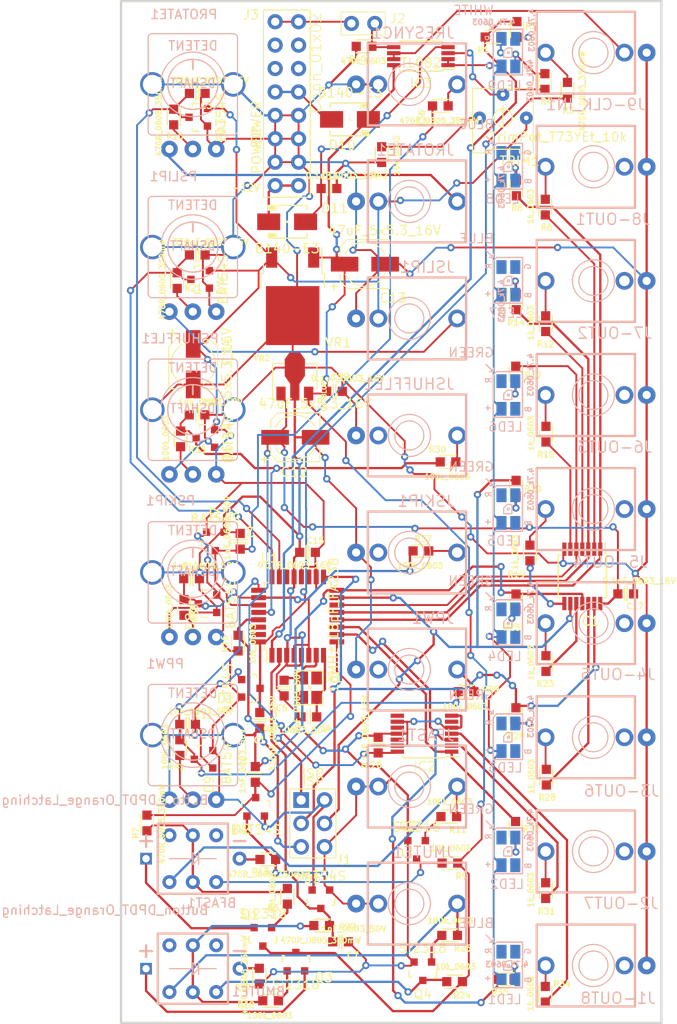
<source format=kicad_pcb>
(kicad_pcb (version 20210722) (generator pcbnew)
  (layers (0 "F.Cu" signal) (31 "B.Cu" signal) (34 "B.Paste" user) (35 "F.Paste" user) (36 "B.SilkS" user "B.Silkscreen") (37 "F.SilkS" user "F.Silkscreen") (38 "B.Mask" user) (39 "F.Mask" user) (44 "Edge.Cuts" user))
  (net 0 "")
  (net 1 "GND")
  (net 2 "+5V")
  (net 3 "Net-(J5-OUT4-Pad1)")
  (net 4 "Net-(BFAST1-Pad8)")
  (net 5 "Net-(BFAST1-Pad7)")
  (net 6 "Net-(BMUTE1-Pad2)")
  (net 7 "Net-(BMUTE1-Pad8)")
  (net 8 "Net-(BMUTE1-Pad7)")
  (net 9 "Net-(JPW1-Pad1)")
  (net 10 "Net-(JRESYNC1-Pad1)")
  (net 11 "Net-(JROTATE1-Pad1)")
  (net 12 "Net-(JSHUFFLE1-Pad1)")
  (net 13 "Net-(JSKIP1-Pad1)")
  (net 14 "Net-(JSLIP1-Pad1)")
  (net 15 "Net-(PPW1-Pad2)")
  (net 16 "Net-(PROTATE1-Pad2)")
  (net 17 "Net-(PSHUFFLE1-Pad2)")
  (net 18 "Net-(PSKIP1-Pad2)")
  (net 19 "Net-(PSLIP1-Pad2)")
  (net 20 "Net-(BFAST1-Pad6)")
  (net 21 "Net-(BFAST1-Pad2)")
  (net 22 "Net-(BFAST1-Pad4)")
  (net 25 "Net-(BMUTE1-Pad6)")
  (net 26 "Net-(BMUTE1-Pad4)")
  (net 29 "/UC_CLK_IN")
  (net 30 "/UC_FAST")
  (net 31 "/UC_ROTATE")
  (net 32 "Net-(C4-Pad1)")
  (net 33 "Net-(C5-Pad1)")
  (net 34 "/UC_SLIP")
  (net 35 "/UC_MUTE")
  (net 36 "/UC_SHUFFLE")
  (net 37 "/UC_SYNC")
  (net 38 "/UC_SKIP")
  (net 39 "/UC_PW")
  (net 40 "+9V")
  (net 41 "+12V")
  (net 42 "-12VA")
  (net 43 "Net-(D10-Pad2)")
  (net 44 "Net-(D11-Pad1)")
  (net 45 "/UC_OUT1")
  (net 46 "Net-(IC1-Pad2)")
  (net 47 "/UC_OUT2")
  (net 48 "Net-(IC1-Pad4)")
  (net 49 "/UC_OUT3")
  (net 50 "Net-(IC1-Pad6)")
  (net 51 "Net-(IC1-Pad8)")
  (net 52 "/UC_OUT4_MOSI")
  (net 53 "/UC_OUT7")
  (net 54 "Net-(IC2-Pad2)")
  (net 55 "/UC_OUT8")
  (net 56 "Net-(IC2-Pad4)")
  (net 58 "/UC_OUT5_MISO")
  (net 59 "/UC_OUT6_SCK")
  (net 60 "/VREF")
  (net 61 "Net-(IC3-Pad3)")
  (net 62 "Net-(IC3-Pad5)")
  (net 63 "/IN-SW")
  (net 64 "Net-(J2-Pad2)")
  (net 70 "Net-(J1-OUT8-Pad1)")
  (net 72 "Net-(J2-OUT7-Pad1)")
  (net 74 "Net-(J3-OUT6-Pad1)")
  (net 76 "Net-(J4-OUT5-Pad1)")
  (net 79 "Net-(J6-OUT3-Pad1)")
  (net 81 "Net-(J7-OUT2-Pad1)")
  (net 83 "Net-(J8-OUT1-Pad1)")
  (net 88 "Net-(LED1-Pad3)")
  (net 90 "Net-(LED2-Pad4)")
  (net 93 "Net-(LED3-Pad4)")
  (net 96 "Net-(LED4-Pad4)")
  (net 99 "Net-(LED5-Pad4)")
  (net 102 "Net-(LED6-Pad4)")
  (net 106 "Net-(LED7-Pad3)")
  (net 109 "Net-(LED8-Pad3)")
  (net 111 "Net-(LED9-Pad4)")
  (net 112 "Net-(LED9-Pad3)")
  (net 113 "Net-(LED9-Pad1)")
  (net 114 "Net-(Q1-Pad1)")
  (net 115 "Net-(Q2-Pad1)")
  (net 116 "Net-(Q3-Pad1)")
  (net 117 "Net-(Q4-Pad1)")
  (net 118 "/UC_LED_IN")
  (net 119 "/RESET")
  (net 120 "Net-(R42-Pad1)")
  (net 125 "Net-(J9-CLK_IN1-Pad1)")
  (net 126 "Net-(IC1-Pad10)")
  (net 127 "Net-(IC1-Pad12)")
  (footprint "4ms_Package_TO:TO-252-2" (layer "F.Cu") (at 18.64 32.02 -90)
    (fp_text reference "VR1")
    (fp_text value "L78M05CDT")
  )
  (footprint "4ms_Resistor:R_0603" (layer "F.Cu") (at 42.86 40.46 -90)
    (fp_text reference "R17")
    (fp_text value "4.7k_0603")
  )
  (footprint "4ms_Connector:Pins_2x08_2.54mm_TH" (layer "F.Cu") (at 18.01 11.12)
    (fp_text reference "J3")
    (fp_text value "POWER")
  )
  (footprint "4ms_Capacitor:C_0603" (layer "F.Cu") (at 54.8 64.32)
    (fp_text reference "C17")
    (fp_text value "0.1uF_0603_16V")
  )
  (footprint "4ms_Crystal:FA-238" (layer "F.Cu") (at 20.49 74.5 90)
    (fp_text reference "Y1")
    (fp_text value "16MHz_18pF_FA238")
  )
  (footprint "4ms_Resistor:R_0603" (layer "F.Cu") (at 46.11 35 90)
    (fp_text reference "R12")
    (fp_text value "1k_0603")
  )
  (footprint "4ms_Resistor:R_0603" (layer "F.Cu") (at 46.07 107.77 90)
    (fp_text reference "R34")
    (fp_text value "1k_0603")
  )
  (footprint "4ms_Resistor:R_0603" (layer "F.Cu") (at 6.1 30.32 90)
    (fp_text reference "R21")
    (fp_text value "470R_0805_350mW")
  )
  (footprint "4ms_Resistor:R_0603" (layer "F.Cu") (at 28.3 16.65 -90)
    (fp_text reference "R42")
    (fp_text value "10k_0603")
  )
  (footprint "4ms_Capacitor:C_0603" (layer "F.Cu") (at 17.71 74.54 -90)
    (fp_text reference "C5")
    (fp_text value "9pF_0603_50V")
  )
  (footprint "4ms_Resistor:R_0603" (layer "F.Cu") (at 21.79 100.31 180)
    (fp_text reference "R22")
    (fp_text value "470R_0805_350mW")
  )
  (footprint "4ms_Resistor:R_0603" (layer "F.Cu") (at 46.18 84.21 90)
    (fp_text reference "R28")
    (fp_text value "1k_0603")
  )
  (footprint "4ms_Package_SOT:SOT23-3_PO132" (layer "F.Cu") (at 8.59 30.19 90)
    (fp_text reference "D4")
    (fp_text value "BAT54S")
  )
  (footprint "4ms_Resistor:R_0603" (layer "F.Cu") (at 32.56 59.66 180)
    (fp_text reference "R37")
    (fp_text value "100k_0603")
  )
  (footprint "4ms_Package_SOT:SOT23-3_PO132" (layer "F.Cu") (at 32.77 105.27 180)
    (fp_text reference "Q4")
    (fp_text value "Si2318")
  )
  (footprint "4ms_Resistor:R_0603" (layer "F.Cu") (at 42.93 20.27 90)
    (fp_text reference "R8")
    (fp_text value "4.7k_0603")
  )
  (footprint "4ms_Package_SOT:SOT23-3_PO132" (layer "F.Cu") (at 32.09 92.1 180)
    (fp_text reference "Q2")
    (fp_text value "Si2318")
  )
  (footprint "4ms_Package_SOT:SOT23-3_PO132" (layer "F.Cu") (at 21.7 97.46 180)
    (fp_text reference "D5")
    (fp_text value "BAT54S")
  )
  (footprint "4ms_Capacitor:C_0603" (layer "F.Cu") (at 7.23 78.48)
    (fp_text reference "C11")
    (fp_text value "1nF_0603_50V")
  )
  (footprint "4ms_Resistor:R_0603" (layer "F.Cu") (at 46.14 71.88 90)
    (fp_text reference "R23")
    (fp_text value "1k_0603")
  )
  (footprint "4ms_Diode:D_SMA" (layer "F.Cu") (at 18.04 23.94)
    (fp_text reference "D11")
    (fp_text value "B140-E3")
  )
  (footprint "4ms_Package_SSOP:TSSOP-14_4.4x5mm_P0.65mm" (layer "F.Cu") (at 32.95 79.49 180)
    (fp_text reference "IC2")
    (fp_text value "40106")
  )
  (footprint "4ms_Resistor:R_0603" (layer "F.Cu") (at 41.83 106.14)
    (fp_text reference "R35")
    (fp_text value "4.7k_0603")
  )
  (footprint "4ms_Capacitor:C_0603" (layer "F.Cu") (at 20.25 59.81 180)
    (fp_text reference "C15")
    (fp_text value "0.1uF_0603_16V")
  )
  (footprint "4ms_Capacitor:C_0603" (layer "F.Cu") (at 22.58 20.33)
    (fp_text reference "C16")
    (fp_text value "0.1uF_0603_16V")
  )
  (footprint "4ms_Resistor:R_0603" (layer "F.Cu") (at 42.91 32.63 90)
    (fp_text reference "R14")
    (fp_text value "4.7k_0603")
  )
  (footprint "4ms_Resistor:R_0603" (layer "F.Cu") (at 35.68 101.38)
    (fp_text reference "R26")
    (fp_text value "100k_0603")
  )
  (footprint "4ms_Capacitor:C_0603" (layer "F.Cu") (at 8.28 27.54)
    (fp_text reference "C6")
    (fp_text value "330pF_0603_35V")
  )
  (footprint "4ms_Resistor:R_0603" (layer "F.Cu") (at 6.39 81 90)
    (fp_text reference "R41")
    (fp_text value "100k_0603")
  )
  (footprint "4ms_Resistor:R_0603" (layer "F.Cu") (at 2.82 89.18 -90)
    (fp_text reference "R7")
    (fp_text value "470R_0805_350mW")
  )
  (footprint "4ms_Resistor:R_0603" (layer "F.Cu") (at 35.71 93.53)
    (fp_text reference "R9")
    (fp_text value "10k_0603")
  )
  (footprint "4ms_Package_SOT:SOT23-3_PO132" (layer "F.Cu") (at 14.62 87.43)
    (fp_text reference "D2")
    (fp_text value "BAT54S")
  )
  (footprint "4ms_Capacitor:C_0603" (layer "F.Cu") (at 27.92 80.73 90)
    (fp_text reference "C20")
    (fp_text value "0.1uF_0603_16V")
  )
  (footprint "4ms_Resistor:R_0603" (layer "F.Cu") (at 44.4 59.88 90)
    (fp_text reference "R19")
    (fp_text value "1k_0603")
  )
  (footprint "4ms_Capacitor:C_0603" (layer "F.Cu") (at 20.4 77.67 180)
    (fp_text reference "C4")
    (fp_text value "9pF_0603_50V")
  )
  (footprint "4ms_Resistor:R_0603" (layer "F.Cu") (at 12.71 69.66 -90)
    (fp_text reference "R16")
    (fp_text value "10k_0603")
  )
  (footprint "4ms_Package_SSOP:TSSOP-14_4.4x5mm_P0.65mm" (layer "F.Cu") (at 50.09 62.42 -90)
    (fp_text reference "IC1")
    (fp_text value "40106")
  )
  (footprint "4ms_Capacitor:C_0603" (layer "F.Cu") (at 7.66 62.67)
    (fp_text reference "C10")
    (fp_text value "1nF_0603_50V")
  )
  (footprint "4ms_Capacitor:C_0603" (layer "F.Cu") (at 8.28 10.01)
    (fp_text reference "C3")
    (fp_text value "330pF_0603_35V")
  )
  (footprint "4ms_Capacitor:CP_Elec_5x5.3" (layer "F.Cu") (at 18.93 47.33)
    (fp_text reference "C12")
    (fp_text value "47uF_5x5.3_16V")
  )
  (footprint "4ms_Capacitor:CP_Elec_5x5.3" (layer "F.Cu") (at 7.84 39.4 -90)
    (fp_text reference "C14")
    (fp_text value "47uF_5x5.3_16V")
  )
  (footprint "4ms_Resistor:R_0603" (layer "F.Cu") (at 40.39 3.89)
    (fp_text reference "R1")
    (fp_text value "4.7k_0603")
  )
  (footprint "4ms_Potentiometer:Pot_Trim_7x6.6mm_T73YE" (layer "F.Cu") (at 41.47 12.67)
    (fp_text reference "TRIM1")
    (fp_text value "TrimPot_T73YEt_10k")
  )
  (footprint "4ms_Connector:Pins_2x03_2.54mm_TH" (layer "F.Cu") (at 20.83 89.23)
    (fp_text reference "J1")
    (fp_text value "ISP")
  )
  (footprint "4ms_Resistor:R_0603" (layer "F.Cu") (at 16.24 108.47 180)
    (fp_text reference "R18")
    (fp_text value "100k_0603")
  )
  (footprint "4ms_Resistor:R_0603" (layer "F.Cu") (at 35.59 88.49)
    (fp_text reference "R11")
    (fp_text value "100k_0603")
  )
  (footprint "4ms_Resistor:R_0603" (layer "F.Cu") (at 6.84 65.79 90)
    (fp_text reference "R38")
    (fp_text value "100k_0603")
  )
  (footprint "4ms_Resistor:R_0603" (layer "F.Cu") (at 34.67 11.37 180)
    (fp_text reference "R36")
    (fp_text value "470R_0805_350mW")
  )
  (footprint "4ms_Package_SSOP:TSSOP-8_4.4x3mm_Pitch0.65mm" (layer "F.Cu") (at 32.56 5.97 180)
    (fp_text reference "IC3")
    (fp_text value "TL082")
  )
  (footprint "4ms_Resistor:R_0603" (layer "F.Cu") (at 46.03 8.72 90)
    (fp_text reference "R4")
    (fp_text value "4.7k_0603")
  )
  (footprint "4ms_Package_SOT:SOT23-3_PO132" (layer "F.Cu") (at 8.38 12.6 90)
    (fp_text reference "D3")
    (fp_text value "BAT54S")
  )
  (footprint "4ms_Resistor:R_0603" (layer "F.Cu") (at 6.47 47.5 90)
    (fp_text reference "R33")
    (fp_text value "100k_0603")
  )
  (footprint "4ms_Resistor:R_0603" (layer "F.Cu") (at 42.89 65.19 -90)
    (fp_text reference "R25")
    (fp_text value "4.7k_0603")
  )
  (footprint "4ms_Resistor:R_0603" (layer "F.Cu") (at 42.9 52.85 -90)
    (fp_text reference "R20")
    (fp_text value "4.7k_0603")
  )
  (footprint "4ms_Package_SOT:SOT23-3_PO132" (layer "F.Cu") (at 15.4 101.54 180)
    (fp_text reference "Q1")
    (fp_text value "Si2318")
  )
  (footprint "4ms_Package_SOT:SOT89-3" (layer "F.Cu") (at 18.87 41.1 90)
    (fp_text reference "VR2")
    (fp_text value "UA78L08")
  )
  (footprint "4ms_Resistor:R_0603" (layer "F.Cu") (at 46.11 96.52 90)
    (fp_text reference "R31")
    (fp_text value "1k_0603")
  )
  (footprint "4ms_Resistor:R_0603" (layer "F.Cu") (at 15.94 93.14 180)
    (fp_text reference "R13")
    (fp_text value "470R_0805_350mW")
  )
  (footprint "4ms_Resistor:R_0603" (layer "F.Cu") (at 26.39 4.9 180)
    (fp_text reference "R40")
    (fp_text value "470k_0603")
  )
  (footprint "4ms_Resistor:R_0603" (layer "F.Cu") (at 42.84 89.87 -90)
    (fp_text reference "R32")
    (fp_text value "4.7k_0603")
  )
  (footprint "4ms_Diode:D_SMA" (layer "F.Cu") (at 24.86 12.83 180)
    (fp_text reference "D10")
    (fp_text value "B140-E3")
  )
  (footprint "4ms_Capacitor:CP_Elec_5x5.3" (layer "F.Cu") (at 26.48 28.54)
    (fp_text reference "C13")
    (fp_text value "47uF_5x5.3_16V")
  )
  (footprint "4ms_Package_SOT:SOT23-3_PO132" (layer "F.Cu") (at 9.16 47.46 90)
    (fp_text reference "D6")
    (fp_text value "BAT54S")
  )
  (footprint "4ms_Resistor:R_0603" (layer "F.Cu") (at 5.72 12.57 90)
    (fp_text reference "R10")
    (fp_text value "470R_0805_350mW")
  )
  (footprint "4ms_Resistor:R_0603" (layer "F.Cu") (at 42.88 77.53 -90)
    (fp_text reference "R29")
    (fp_text value "4.7k_0603")
  )
  (footprint "4ms_Resistor:R_0603" (layer "F.Cu") (at 15.02 105.8 90)
    (fp_text reference "R27")
    (fp_text value "470R_0805_350mW")
  )
  (footprint "4ms_Capacitor:C_0603" (layer "F.Cu") (at 14.58 83.91 90)
    (fp_text reference "C2")
    (fp_text value "1nF_0603_50V")
  )
  (footprint "4ms_Capacitor:C_0603" (layer "F.Cu") (at 8.26 44.89)
    (fp_text reference "C8")
    (fp_text value "1nF_0603_50V")
  )
  (footprint "4ms_Package_SOT:SOT23-3_PO132" (layer "F.Cu") (at 14.1 74.57 -90)
    (fp_text reference "D1")
    (fp_text value "BAT54S")
  )
  (footprint "4ms_Resistor:R_0603" (layer "F.Cu") (at 36.22 106.4)
    (fp_text reference "R24")
    (fp_text value "10k_0603")
  )
  (footprint "4ms_Resistor:R_0603" (layer "F.Cu") (at 46.14 46.99 90)
    (fp_text reference "R15")
    (fp_text value "1k_0603")
  )
  (footprint "4ms_Connector:Pins_1x02_2.54mm_TH" (layer "F.Cu") (at 26.29 2.42 -90)
    (fp_text reference "J2")
    (fp_text value "Conn_01x02")
  )
  (footprint "4ms_Package_SOT:SOT23-3_PO132" (layer "F.Cu") (at 10.24 58.63 180)
    (fp_text reference "D7")
    (fp_text value "BAT54S")
  )
  (footprint "4ms_Resistor:R_0603" (layer "F.Cu") (at 37.47 74.93 180)
    (fp_text reference "R39")
    (fp_text value "100k_0603")
  )
  (footprint "4ms_Package_SOT:SOT23-3_PO132" (layer "F.Cu") (at 8.96 82.27 90)
    (fp_text reference "D9")
    (fp_text value "BAT54S")
  )
  (footprint "4ms_Resistor:R_0603" (layer "F.Cu") (at 48.47 9.66 -90)
    (fp_text reference "R3")
    (fp_text value "470R_0805_350mW")
  )
  (footprint "4ms_Resistor:R_0603" (layer "F.Cu") (at 46.07 22.35 90)
    (fp_text reference "R6")
    (fp_text value "1k_0603")
  )
  (footprint "4ms_Capacitor:C_0603" (layer "F.Cu") (at 12.94 58.61 90)
    (fp_text reference "C9")
    (fp_text value "1nF_0603_50V")
  )
  (footprint "4ms_Capacitor:C_0603" (layer "F.Cu") (at 23.84 102.08)
    (fp_text reference "C7")
    (fp_text value "1nF_0603_50V")
  )
  (footprint "4ms_Package_QFP:TQFP-32_7x7mm_P0.8mm" (layer "F.Cu") (at 19.19 66.73 90)
    (fp_text reference "U1")
    (fp_text value "ATMEGA328-AU")
  )
  (footprint "4ms_Resistor:R_0603" (layer "F.Cu") (at 18.06 97.14 90)
    (fp_text reference "R5")
    (fp_text value "100k_0603")
  )
  (footprint "4ms_Capacitor:C_0603" (layer "F.Cu") (at 15.07 78.05 -90)
    (fp_text reference "C1")
    (fp_text value "330pF_0603_35V")
  )
  (footprint "4ms_Resistor:R_0603" (layer "F.Cu") (at 35.51 50 180)
    (fp_text reference "R30")
    (fp_text value "100k_0603")
  )
  (footprint "4ms_Capacitor:C_0603" (layer "F.Cu") (at 23.18 42.34)
    (fp_text reference "C19")
    (fp_text value "0.1uF_0603_16V")
  )
  (footprint "4ms_Package_SOT:SOT23-3_PO132" (layer "F.Cu") (at 9.39 65.39 90)
    (fp_text reference "D8")
    (fp_text value "BAT54S")
  )
  (footprint "4ms_Resistor:R_0603" (layer "F.Cu") (at 42.99 3.07 -90)
    (fp_text reference "R2")
    (fp_text value "4.7k_0603")
  )
  (footprint "4ms_Package_SOT:SOT23-3_PO132" (layer "F.Cu") (at 18.99 104.23)
    (fp_text reference "Q3")
    (fp_text value "Si2318")
  )
  (footprint "4ms_Jack:EighthInch_PJ398SM" (layer "B.Cu") (at 51.308 17.9705)
    (fp_text reference "J8-OUT1")
    (fp_text value "JACK-MONO-SWB" hide)
  )
  (footprint "4ms_Switch:Button_LED_PB61303" (layer "B.Cu") (at 7.7978 93.0529 180)
    (fp_text reference "BFAST1")
    (fp_text value "Button_DPDT_Orange_Latching")
  )
  (footprint "4ms_Jack:EighthInch_PJ398SM" (layer "B.Cu") (at 31.2928 9.0297 180)
    (fp_text reference "JRESYNC1")
    (fp_text value "JRESYNC" hide)
  )
  (footprint "4ms_Jack:EighthInch_PJ398SM" (layer "B.Cu") (at 31.2928 34.4297 180)
    (fp_text reference "JSLIP1")
    (fp_text value "JSLIP" hide)
  )
  (footprint "4ms_Potentiometer:Pot_9mm_Dshaft_Det" (layer "B.Cu") (at 7.7978 44.3357)
    (fp_text reference "PSHUFFLE1")
    (fp_text value "9mm_CtrDet_10k_DShaft" hide)
  )
  (footprint "4ms_LED:LED_PLCC-4" (layer "B.Cu") (at 42.0624 92.2655 -90)
    (fp_text reference "LED2")
    (fp_text value "GREEN")
  )
  (footprint "4ms_Jack:EighthInch_PJ398SM" (layer "B.Cu") (at 51.308 30.353)
    (fp_text reference "J7-OUT2")
    (fp_text value "JACK-MONO-SWB" hide)
  )
  (footprint "4ms_Jack:EighthInch_PJ398SM" (layer "B.Cu") (at 51.308 42.7355)
    (fp_text reference "J6-OUT3")
    (fp_text value "JACK-MONO-SWB" hide)
  )
  (footprint "4ms_Potentiometer:Pot_9mm_Dshaft_Det" (layer "B.Cu") (at 7.7978 26.6827)
    (fp_text reference "PSLIP1")
    (fp_text value "9mm_CtrDet_10k_DShaft" hide)
  )
  (footprint "4ms_Potentiometer:Pot_9mm_Dshaft_Det" (layer "B.Cu") (at 7.7978 79.6417)
    (fp_text reference "PPW1")
    (fp_text value "9mm_CtrDet_10k_DShaft" hide)
  )
  (footprint "4ms_Jack:EighthInch_PJ398SM" (layer "B.Cu") (at 51.308 104.648)
    (fp_text reference "J1-OUT8")
    (fp_text value "JACK-MONO-SWB" hide)
  )
  (footprint "4ms_Jack:EighthInch_PJ398SM" (layer "B.Cu") (at 31.2928 72.5297 180)
    (fp_text reference "JPW1")
    (fp_text value "JPW" hide)
  )
  (footprint "4ms_Jack:EighthInch_PJ398SM" (layer "B.Cu") (at 31.2928 97.9297 180)
    (fp_text reference "JMUTE1")
    (fp_text value "3.5mm_Stereo_SymSmall_0.05" hide)
  )
  (footprint "4ms_Switch:Button_LED_PB61303" (layer "B.Cu") (at 7.7978 104.9909 180)
    (fp_text reference "BMUTE1")
    (fp_text value "Button_DPDT_Orange_Latching")
  )
  (footprint "4ms_Jack:EighthInch_PJ398SM" (layer "B.Cu") (at 51.308 5.588)
    (fp_text reference "J9-CLK_IN1")
    (fp_text value "JCLK_IN" hide)
  )
  (footprint "4ms_Jack:EighthInch_PJ398SM" (layer "B.Cu") (at 31.2928 59.8297 180)
    (fp_text reference "JSKIP1")
    (fp_text value "JSKIP" hide)
  )
  (footprint "4ms_Jack:EighthInch_PJ398SM" (layer "B.Cu") (at 51.308 92.2655)
    (fp_text reference "J2-OUT7")
    (fp_text value "JACK-MONO-SWB" hide)
  )
  (footprint "4ms_Jack:EighthInch_PJ398SM" (layer "B.Cu") (at 51.308 67.5005)
    (fp_text reference "J4-OUT5")
    (fp_text value "JACK-MONO-SWB" hide)
  )
  (footprint "4ms_Jack:EighthInch_PJ398SM" (layer "B.Cu") (at 31.2928 47.1297 180)
    (fp_text reference "JSHUFFLE1")
    (fp_text value "JSHUFFLE" hide)
  )
  (footprint "4ms_Jack:EighthInch_PJ398SM" (layer "B.Cu") (at 31.2928 85.2297 180)
    (fp_text reference "JFAST1")
    (fp_text value "3.5mm_Stereo_SymSmall_0.05" hide)
  )
  (footprint "4ms_LED:LED_PLCC-4" (layer "B.Cu") (at 42.0624 42.7355 -90)
    (fp_text reference "LED6")
    (fp_text value "GREEN")
  )
  (footprint "4ms_Potentiometer:Pot_9mm_Dshaft_Det" (layer "B.Cu") (at 7.7978 61.9887)
    (fp_text reference "PSKIP1")
    (fp_text value "9mm_CtrDet_10k_DShaft" hide)
  )
  (footprint "4ms_LED:LED_PLCC-4" (layer "B.Cu") (at 42.0624 5.588 -90)
    (fp_text reference "LED9")
    (fp_text value "WHITE")
  )
  (footprint "4ms_Potentiometer:Pot_9mm_Dshaft_Det" (layer "B.Cu") (at 7.7978 9.0297)
    (fp_text reference "PROTATE1")
    (fp_text value "9mm_CtrDet_10k_DShaft" hide)
  )
  (footprint "4ms_LED:LED_PLCC-4" (layer "B.Cu") (at 42.0624 30.353 -90)
    (fp_text reference "LED7")
    (fp_text value "BLUE")
  )
  (footprint "4ms_LED:LED_PLCC-4" (layer "B.Cu") (at 42.0624 67.5005 -90)
    (fp_text reference "LED4")
    (fp_text value "GREEN")
  )
  (footprint "4ms_Jack:EighthInch_PJ398SM" (layer "B.Cu") (at 51.308 79.883)
    (fp_text reference "J3-OUT6")
    (fp_text value "JACK-MONO-SWB" hide)
  )
  (footprint "4ms_LED:LED_PLCC-4" (layer "B.Cu") (at 42.0624 17.9705 -90)
    (fp_text reference "LED8")
    (fp_text value "BLUE")
  )
  (footprint "4ms_LED:LED_PLCC-4" (layer "B.Cu") (at 42.0624 55.118 -90)
    (fp_text reference "LED5")
    (fp_text value "GREEN")
  )
  (footprint "4ms_LED:LED_PLCC-4" (layer "B.Cu") (at 42.0624 79.883 -90)
    (fp_text reference "LED3")
    (fp_text value "GREEN")
  )
  (footprint "4ms_Jack:EighthInch_PJ398SM" (layer "B.Cu") (at 51.308 55.118)
    (fp_text reference "J5-OUT4")
    (fp_text value "JACK-MONO-SWB" hide)
  )
  (footprint "4ms_Jack:EighthInch_PJ398SM" (layer "B.Cu") (at 31.2928 21.7297 180)
    (fp_text reference "JROTATE1")
    (fp_text value "JROTATE" hide)
  )
  (footprint "4ms_LED:LED_PLCC-4" (layer "B.Cu") (at 42.0624 104.648 -90)
    (fp_text reference "LED1")
    (fp_text value "BLUE")
  )
  (gr_line (start 58.674 0) (end 58.674 110.871) (layer "Edge.Cuts") (width 0.254))
  (gr_line (start 58.674 110.871) (end 0 110.871) (layer "Edge.Cuts") (width 0.254))
  (gr_line (start 0 0) (end 58.674 0) (layer "Edge.Cuts") (width 0.254))
  (gr_line (start 0 110.871) (end 0 0) (layer "Edge.Cuts") (width 0.254))
  (gr_text "-12V" (at 13.55 20.25) (layer "F.SilkS") (effects (font (size 0.762 0.762))))
  (gr_text "ISP" (at 20.85 84.67) (layer "F.SilkS") (effects (font (size 1 1))))
  (gr_text "POWER" (at 14.7 13.36 90) (layer "F.SilkS") (effects (font (size 1 1))))
  (segment (start 13.7 20) (end 14.21 20) (width 0.2032) (layer "F.Cu") (net 1))
  (segment (start 19.64 79.02) (end 19.64 78.98) (width 0.25) (layer "F.Cu") (net 1))
  (segment (start 25.527 55.027) (end 22.34 51.84) (width 0.2032) (layer "F.Cu") (net 1))
  (segment (start 19.38 69.08) (end 19.68 68.78) (width 0.25) (layer "F.Cu") (net 1))
  (segment (start 13.19 53.77) (end 15.11 53.77) (width 0.25) (layer "F.Cu") (net 1))
  (segment (start 55.65 62.29) (end 55.65 64.32) (width 0.2032) (layer "F.Cu") (net 1))
  (segment (start 27.75 79.71) (end 27.92 79.88) (width 0.25) (layer "F.Cu") (net 1))
  (segment (start 18.07 69.08) (end 19.38 69.08) (width 0.25) (layer "F.Cu") (net 1))
  (segment (start 8.09 66.34) (end 10.39076 66.34) (width 0.2032) (layer "F.Cu") (net 1))
  (segment (start 16.75952 39.7665) (end 12.192163 44.333857) (width 0.2032) (layer "F.Cu") (net 1))
  (segment (start 36.949511 77.614511) (end 36.949511 78.739511) (width 0.25) (layer "F.Cu") (net 1))
  (segment (start 15.11 53.77) (end 19.4 58.06) (width 0.25) (layer "F.Cu") (net 1))
  (segment (start 57.0738 104.648) (end 57.0738 92.2655) (width 0.25) (layer "F.Cu") (net 1))
  (segment (start 48.02 59.59) (end 48.14 59.47) (width 0.2032) (layer "F.Cu") (net 1))
  (segment (start 8.889599 30.438839) (end 9.59076 31.14) (width 0.2032) (layer "F.Cu") (net 1))
  (segment (start 30.3 28.54) (end 31.37 29.61) (width 0.2032) (layer "F.Cu") (net 1))
  (segment (start 28.4703 85.2297) (end 29.34 84.36) (width 0.25) (layer "F.Cu") (net 1))
  (segment (start 18.79 63.62) (end 18.42 63.99) (width 0.25) (layer "F.Cu") (net 1))
  (segment (start 13.67 90.02) (end 13.67 89.21) (width 0.25) (layer "F.Cu") (net 1))
  (segment (start 31.76 78.19) (end 31.79 78.16) (width 0.2032) (layer "F.Cu") (net 1))
  (segment (start 24.03 40.96) (end 30.805275 47.735275) (width 0.2032) (layer "F.Cu") (net 1))
  (segment (start 16.79 93.14) (end 16.79 94.59) (width 0.25) (layer "F.Cu") (net 1))
  (segment (start 21.13 48.5) (end 21.13 47.33) (width 0.2032) (layer "F.Cu") (net 1))
  (segment (start 12.73 72.77) (end 12.73 73.25076) (width 0.2032) (layer "F.Cu") (net 1))
  (segment (start 19.55 77.67) (end 17.71 75.83) (width 0.2032) (layer "F.Cu") (net 1))
  (segment (start 25.83 79.71) (end 27.75 79.71) (width 0.25) (layer "F.Cu") (net 1))
  (segment (start 18.64 34.12) (end 18.64 39.5365) (width 0.2032) (layer "F.Cu") (net 1))
  (segment (start 25.54 6.13) (end 22.57 9.1) (width 0.25) (layer "F.Cu") (net 1))
  (segment (start 28.31 79.49) (end 30 79.49) (width 0.2032) (layer "F.Cu") (net 1))
  (segment (start 31.09 80.6282) (end 31.09 79.3282) (width 0.2032) (layer "F.Cu") (net 1))
  (segment (start 24.12046 97.9297) (end 22.65 96.45924) (width 0.2032) (layer "F.Cu") (net 1))
  (segment (start 18.07 70.9) (end 17.99 70.98) (width 0.25) (layer "F.Cu") (net 1))
  (segment (start 25.527 31.693) (end 28.68 28.54) (width 0.2032) (layer "F.Cu") (net 1))
  (segment (start 8.08 78.48) (end 8.08 79.58) (width 0.2032) (layer "F.Cu") (net 1))
  (segment (start 47.4 26.73) (end 35.84 26.73) (width 0.2032) (layer "F.Cu") (net 1))
  (segment (start 16.74 14.93) (end 11.44958 14.93) (width 0.2032) (layer "F.Cu") (net 1))
  (segment (start 18.64 34.12) (end 19.12 33.64) (width 0.2032) (layer "F.Cu") (net 1))
  (segment (start 17.71 75.83) (end 17.71 75.39) (width 0.2032) (layer "F.Cu") (net 1))
  (segment (start 29.34 84.36) (end 28.04 83.06) (width 0.25) (layer "F.Cu") (net 1))
  (segment (start 30.949022 80.79) (end 30 80.79) (width 0.25) (layer "F.Cu") (net 1))
  (segment (start 12.192163 79.639857) (end 14.330143 79.639857) (width 0.25) (layer "F.Cu") (net 1))
  (segment (start 14.58 83.06) (end 15.01 83.06) (width 0.2032) (layer "F.Cu") (net 1))
  (segment (start 22.8365 39.7665) (end 18.87 39.7665) (width 0.2032) (layer "F.Cu") (net 1))
  (segment (start 26.26 83.06) (end 24.37 81.17) (width 0.25) (layer "F.Cu") (net 1))
  (segment (start 12.80924 57.62924) (end 12.94 57.76) (width 0.2032) (layer "F.Cu") (net 1))
  (segment (start 28.68 28.54) (end 27.15 27.01) (width 0.2032) (layer "F.Cu") (net 1))
  (segment (start 20.46 21.19) (end 20.46 18.65) (width 0.2032) (layer "F.Cu") (net 1))
  (segment (start 8.08 79.58) (end 8.016457 79.643543) (width 0.2032) (layer "F.Cu") (net 1))
  (segment (start 35.9 77.54) (end 36.875 77.54) (width 0.25) (layer "F.Cu") (net 1))
  (segment (start 11.63938 44.89) (end 12.191837 44.337543) (width 0.2032) (layer "F.Cu") (net 1))
  (segment (start 11.16 41.6) (end 18.64 34.12) (width 0.2032) (layer "F.Cu") (net 1))
  (segment (start 8.889599 27.780401) (end 8.889599 30.438839) (width 0.2032) (layer "F.Cu") (net 1))
  (segment (start 15.07 78.9) (end 14.58 79.39) (width 0.25) (layer "F.Cu") (net 1))
  (segment (start 6.14098 41.6) (end 7.84 41.6) (width 0.2032) (layer "F.Cu") (net 1))
  (segment (start 24.69 102.08) (end 26.59 103.98) (width 0.2032) (layer "F.Cu") (net 1))
  (segment (start 31.14 103.6525) (end 31.14 91.1625) (width 0.2032) (layer "F.Cu") (net 1))
  (segment (start 25.527 97.9297) (end 27.94 97.9297) (width 0.2032) (layer "F.Cu") (net 1))
  (segment (start 34.43 78.14) (end 35.13 78.84) (width 0.2032) (layer "F.Cu") (net 1))
  (segment (start 5.751111 65.838889) (end 7.588889 65.838889) (width 0.2032) (layer "F.Cu") (net 1))
  (segment (start 27.92 79.88) (end 28.31 79.49) (width 0.2032) (layer "F.Cu") (net 1))
  (segment (start 8.08 78.48) (end 8.662941 79.062941) (width 0.2032) (layer "F.Cu") (net 1))
  (segment (start 10.39076 66.34) (end 10.39076 65.73675) (width 0.2032) (layer "F.Cu") (net 1))
  (segment (start 34.03 51.4768) (end 33.8632 51.31) (width 0.2032) (layer "F.Cu") (net 1))
  (segment (start 9.38076 13.55) (end 9.38076 15.085066) (width 0.2032) (layer "F.Cu") (net 1))
  (segment (start 16.74 17.47) (end 19.28 17.47) (width 0.2032) (layer "F.Cu") (net 1))
  (segment (start 11.33638 27.54) (end 12.191837 26.684543) (width 0.2032) (layer "F.Cu") (net 1))
  (segment (start 14.58 79.39) (end 14.58 83.06) (width 0.25) (layer "F.Cu") (net 1))
  (segment (start 8.662941 79.062941) (end 8.662941 81.922181) (width 0.2032) (layer "F.Cu") (net 1))
  (segment (start 48.02 61.02) (end 48.02 59.59) (width 0.2032) (layer "F.Cu") (net 1))
  (segment (start 25.527 34.4297) (end 25.527 31.693) (width 0.2032) (layer "F.Cu") (net 1))
  (segment (start 16.74 14.93) (end 16.74 17.47) (width 0.2032) (layer "F.Cu") (net 1))
  (segment (start 31.82 51.31) (end 31.38 50.87) (width 0.2032) (layer "F.Cu") (net 1))
  (segment (start 22.1 91.77) (end 22.1 94.67) (width 0.2032) (layer "F.Cu") (net 1))
  (segment (start 19.4 59.81) (end 18.79 60.42) (width 0.25) (layer "F.Cu") (net 1))
  (segment (start 8.679599 10.460401) (end 8.679599 12.848839) (width 0.2032) (layer "F.Cu") (net 1))
  (segment (start 18.87 39.7665) (end 16.75952 39.7665) (width 0.2032) (layer "F.Cu") (net 1))
  (segment (start 8.549457 61.990543) (end 8.549457 59.916441) (width 0.2032) (layer "F.Cu") (net 1))
  (segment (start 19.28 17.47) (end 19.28 14.93) (width 0.2032) (layer "F.Cu") (net 1))
  (segment (start 31.14 91.1625) (end 31.14 86.16) (width 0.25) (layer "F.Cu") (net 1))
  (segment (start 57.0738 55.118) (end 57.0738 60.8662) (width 0.25) (layer "F.Cu") (net 1))
  (segment (start 19.12 33.64) (end 19.12 27.07) (width 0.2032) (layer "F.Cu") (net 1))
  (segment (start 16.79 93.14) (end 13.67 90.02) (width 0.25) (layer "F.Cu") (net 1))
  (segment (start 11.19 55.77) (end 13.19 53.77) (width 0.25) (layer "F.Cu") (net 1))
  (segment (start 31.82 104.3325) (end 31.14 103.6525) (width 0.2032) (layer "F.Cu") (net 1))
  (segment (start 31.09 79.3282) (end 30.9282 79.49) (width 0.2032) (layer "F.Cu") (net 1))
  (segment (start 8.662941 81.922181) (end 9.96076 83.22) (width 0.2032) (layer "F.Cu") (net 1))
  (segment (start 8.679599 12.848839) (end 9.38076 13.55) (width 0.2032) (layer "F.Cu") (net 1))
  (segment (start 16.908889 73.061111) (end 17.94 72.03) (width 0.2032) (layer "F.Cu") (net 1))
  (segment (start 9.13 10.01) (end 8.679599 10.460401) (width 0.2032) (layer "F.Cu") (net 1))
  (segment (start 25.527 59.8297) (end 25.527 55.027) (width 0.2032) (layer "F.Cu") (net 1))
  (segment (start 19.59 71.904022) (end 19.59 70.98) (width 0.25) (layer "F.Cu") (net 1))
  (segment (start 23.43 18.56) (end 24.39 17.6) (width 0.25) (layer "F.Cu") (net 1))
  (segment (start 24.03 40.96) (end 22.8365 39.7665) (width 0.2032) (layer "F.Cu") (net 1))
  (segment (start 30 78.19) (end 30.9282 78.19) (width 0.2032) (layer "F.Cu") (net 1))
  (segment (start 19.38 49.94) (end 18.87 49.43) (width 0.25) (layer "F.Cu") (net 1))
  (segment (start 18.79 62.48) (end 18.79 63.62) (width 0.25) (layer "F.Cu") (net 1))
  (segment (start 23.43 20.33) (end 23.43 18.56) (width 0.25) (layer "F.Cu") (net 1))
  (segment (start 35.84 26.73) (end 35.82 26.75) (width 0.2032) (layer "F.Cu") (net 1))
  (segment (start 28.3 17.5) (end 24.49 17.5) (width 0.2032) (layer "F.Cu") (net 1))
  (segment (start 18.87 49.43) (end 18.87 47.33) (width 0.25) (layer "F.Cu") (net 1))
  (segment (start 9.48038 47.72962) (end 10.16076 48.41) (width 0.2032) (layer "F.Cu") (net 1))
  (segment (start 30.805275 47.735275) (end 30.805275 49.444918) (width 0.2032) (layer "F.Cu") (net 1))
  (segment (start 19.389511 72.104511) (end 19.59 71.904022) (width 0.25) (layer "F.Cu") (net 1))
  (segment (start 30.9282 78.19) (end 31.09 78.3518) (width 0.2032) (layer "F.Cu") (net 1))
  (segment (start 34.03 52.99) (end 37.01 55.97) (width 0.2032) (layer "F.Cu") (net 1))
  (segment (start 10.836658 57.62924) (end 11.19 57.62924) (width 0.2032) (layer "F.Cu") (net 1))
  (segment (start 36.875 77.54) (end 36.949511 77.614511) (width 0.25) (layer "F.Cu") (net 1))
  (segment (start 55.84 62.1) (end 57.0738 63.3338) (width 0.2032) (layer "F.Cu") (net 1))
  (segment (start 16.57 105.32) (end 15.24 106.65) (width 0.2032) (layer "F.Cu") (net 1))
  (segment (start 25.527 59.8297) (end 27.14 61.4427) (width 0.2032) (layer "F.Cu") (net 1))
  (segment (start 9.11 44.89) (end 9.11 47.35924) (width 0.2032) (layer "F.Cu") (net 1))
  (segment (start 15.01 83.06) (end 15.65 82.42) (width 0.2032) (layer "F.Cu") (net 1))
  (segment (start 25.527 97.9297) (end 24.12046 97.9297) (width 0.2032) (layer "F.Cu") (net 1))
  (segment (start 16.79 94.59) (end 16.8 94.6) (width 0.25) (layer "F.Cu") (net 1))
  (segment (start 18.79 60.42) (end 18.79 62.48) (width 0.25) (layer "F.Cu") (net 1))
  (segment (start 22.1 91.77) (end 25.527 88.343) (width 0.2032) (layer "F.Cu") (net 1))
  (segment (start 30.9282 79.49) (end 30 79.49) (width 0.2032) (layer "F.Cu") (net 1))
  (segment (start 7.588889 65.838889) (end 8.09 66.34) (width 0.2032) (layer "F.Cu") (net 1))
  (segment (start 37.97 58.14) (end 39.758889 59.928889) (width 0.2032) (layer "F.Cu") (net 1))
  (segment (start 26.59 103.98) (end 26.59 104.64) (width 0.2032) (layer "F.Cu") (net 1))
  (segment (start 30.42 104.67) (end 31.4825 104.67) (width 0.2032) (layer "F.Cu") (net 1))
  (segment (start 5.257637 66.332363) (end 5.751111 65.838889) (width 0.2032) (layer "F.Cu") (net 1))
  (segment (start 17.99 70.98) (end 17.99 72.03) (width 0.25) (layer "F.Cu") (net 1))
  (segment (start 27.15 27.01) (end 25.19 27.01) (width 0.2032) (layer "F.Cu") (net 1))
  (segment (start 9.11 47.35924) (end 9.48038 47.72962) (width 0.2032) (layer "F.Cu") (net 1))
  (segment (start 21.95 81.33) (end 19.64 79.02) (width 0.25) (layer "F.Cu") (net 1))
  (segment (start 25.527 43.837) (end 24.03 42.34) (width 0.2032) (layer "F.Cu") (net 1))
  (segment (start 31.09 78.3518) (end 31.09 79.3282) (width 0.2032) (layer "F.Cu") (net 1))
  (segment (start 20.46 18.65) (end 19.28 17.47) (width 0.2032) (layer "F.Cu") (net 1))
  (segment (start 27.14 61.4427) (end 27.14 62.78) (width 0.2032) (layer "F.Cu") (net 1))
  (segment (start 13.67 89.21) (end 13.67 88.43076) (width 0.25) (layer "F.Cu") (net 1))
  (segment (start 36.849022 78.84) (end 35.9 78.84) (width 0.25) (layer "F.Cu") (net 1))
  (segment (start 11.44958 14.93) (end 10.337637 16.041943) (width 0.2032) (layer "F.Cu") (net 1))
  (segment (start 8.51 63.85599) (end 8.51 62.67) (width 0.2032) (layer "F.Cu") (net 1))
  (segment (start 36.949511 78.739511) (end 36.849022 78.84) (width 0.25) (layer "F.Cu") (net 1))
  (segment (start 34.03 52.18) (end 34.03 52.99) (width 0.2032) (layer "F.Cu") (net 1))
  (segment (start 16.908889 74.588889) (end 16.908889 73.061111) (width 0.2032) (layer "F.Cu") (net 1))
  (segment (start 17.94 72.03) (end 17.99 72.03) (width 0.2032) (layer "F.Cu") (net 1))
  (segment (start 22.1 94.67) (end 22.1 95.90924) (width 0.2032) (layer "F.Cu") (net 1))
  (segment (start 14.330143 79.639857) (end 15.07 78.9) (width 0.25) (layer "F.Cu") (net 1))
  (segment (start 19.4 59.81) (end 19.4 58.06) (width 0.25) (layer "F.Cu") (net 1))
  (segment (start 30 78.19) (end 31.76 78.19) (width 0.2032) (layer "F.Cu") (net 1))
  (segment (start 46.36 60.93) (end 47.93 60.93) (width 0.2032) (layer "F.Cu") (net 1))
  (segment (start 21.13 47.33) (end 18.87 47.33) (width 0.25) (layer "F.Cu") (net 1))
  (segment (start 8.08 78.48) (end 8.08 76.76) (width 0.2032) (layer "F.Cu") (net 1))
  (segment (start 17.71 75.39) (end 16.908889 74.588889) (width 0.2032) (layer "F.Cu") (net 1))
  (segment (start 33.8632 51.31) (end 31.82 51.31) (width 0.2032) (layer "F.Cu") (net 1))
  (segment (start 9.13 27.54) (end 8.889599 27.780401) (width 0.2032) (layer "F.Cu") (net 1))
  (segment (start 34.03 52.18) (end 34.03 51.4768) (width 0.2032) (layer "F.Cu") (net 1))
  (segment (start 3.403437 44.337543) (end 6.14098 41.6) (width 0.2032) (layer "F.Cu") (net 1))
  (segment (start 57.0738 60.8662) (end 55.84 62.1) (width 0.25) (layer "F.Cu") (net 1))
  (segment (start 30 80.79) (end 30.9282 80.79) (width 0.2032) (layer "F.Cu") (net 1))
  (segment (start 39.758889 59.928889) (end 45.358889 59.928889) (width 0.2032) (layer "F.Cu") (net 1))
  (segment (start 35.13 78.84) (end 35.9 78.84) (width 0.2032) (layer "F.Cu") (net 1))
  (segment (start 31.4825 104.67) (end 31.82 104.3325) (width 0.2032) (layer "F.Cu") (net 1))
  (segment (start 30.9282 80.79) (end 31.09 80.6282) (width 0.2032) (layer "F.Cu") (net 1))
  (segment (start 57.0738 92.2655) (end 57.0738 79.883) (width 0.25) (layer "F.Cu") (net 1))
  (segment (start 19.28 14.93) (end 19.28 12.39) (width 0.2032) (layer "F.Cu") (net 1))
  (segment (start 57.0738 30.353) (end 57.0738 42.7355) (width 0.25) (layer "F.Cu") (net 1))
  (segment (start 22.16 49.53) (end 21.13 48.5) (width 0.2032) (layer "F.Cu") (net 1))
  (segment (start 16.74 12.39) (end 19.28 12.39) (width 0.2032) (layer "F.Cu") (net 1))
  (segment (start 14.21 20) (end 16.74 17.47) (width 0.2032) (layer "F.Cu") (net 1))
  (segment (start 57.0738 67.5005) (end 57.0738 79.883) (width 0.25) (layer "F.Cu") (net 1))
  (segment (start 25.527 47.1297) (end 25.527 43.837) (width 0.2032) (layer "F.Cu") (net 1))
  (segment (start 18.064511 72.104511) (end 19.389511 72.104511) (width 0.25) (layer "F.Cu") (net 1))
  (segment (start 31.14 86.16) (end 29.34 84.36) (width 0.25) (layer "F.Cu") (net 1))
  (segment (start 57.0738 5.588) (end 57.0738 17.9705) (width 0.25) (layer "F.Cu") (net 1))
  (segment (start 8.08 76.76) (end 10.78 74.06) (width 0.2032) (layer "F.Cu") (net 1))
  (segment (start 11.19 57.62924) (end 12.80924 57.62924) (width 0.2032) (layer "F.Cu") (net 1))
  (segment (start 18.07 69.08) (end 18.07 70.9) (width 0.25) (layer "F.Cu") (net 1))
  (segment (start 10.39076 65.73675) (end 8.51 63.85599) (width 0.2032) (layer "F.Cu") (net 1))
  (segment (start 57.0738 17.9705) (end 57.0738 30.353) (width 0.25) (layer "F.Cu") (net 1))
  (segment (start 18.87 47.33) (end 18.87 42.4335) (width 0.25) (layer "F.Cu") (net 1))
  (segment (start 5.257637 69.000943) (end 5.257637 66.332363) (width 0.2032) (layer "F.Cu") (net 1))
  (segment (start 16.74 12.39) (end 16.74 14.93) (width 0.2032) (layer "F.Cu") (net 1))
  (segment (start 57.0738 63.3338) (end 57.0738 67.5005) (width 0.2032) (layer "F.Cu") (net 1))
  (segment (start 55.84 62.1) (end 55.65 62.29) (width 0.2032) (layer "F.Cu") (net 1))
  (segment (start 17.99 72.03) (end 18.064511 72.104511) (width 0.25) (layer "F.Cu") (net 1))
  (segment (start 11.19 55.77) (end 11.19 57.62924) (width 0.25) (layer "F.Cu") (net 1))
  (segment (start 24.03 42.34) (end 24.03 40.96) (width 0.2032) (layer "F.Cu") (net 1))
  (segment (start 47.93 60.93) (end 48.02 61.02) (width 0.2032) (layer "F.Cu") (net 1))
  (segment (start 22.1 95.90924) (end 22.65 96.45924) (width 0.2032) (layer "F.Cu") (net 1))
  (segment (start 45.358889 59.928889) (end 46.36 60.93) (width 0.2032) (layer "F.Cu") (net 1))
  (segment (start 8.51 62.03) (end 8.549457 61.990543) (width 0.2032) (layer "F.Cu") (net 1))
  (segment (start 16.74 14.93) (end 19.28 14.93) (width 0.2032) (layer "F.Cu") (net 1))
  (segment (start 28.68 28.54) (end 30.3 28.54) (width 0.2032) (layer "F.Cu") (net 1))
  (segment (start 27.94 85.2297) (end 28.4703 85.2297) (width 0.25) (layer "F.Cu") (net 1))
  (segment (start 9.11 44.89) (end 11.63938 44.89) (width 0.2032) (layer "F.Cu") (net 1))
  (segment (start 25.54 4.9) (end 25.54 6.13) (width 0.25) (layer "F.Cu") (net 1))
  (segment (start 25.527 88.343) (end 25.527 85.2297) (width 0.2032) (layer "F.Cu") (net 1))
  (segment (start 7.84 41.6) (end 11.16 41.6) (width 0.2032) (layer "F.Cu") (net 1))
  (segment (start 15.24 106.65) (end 15.02 106.65) (width 0.2032) (layer "F.Cu") (net 1))
  (segment (start 9.59076 32.948066) (end 10.337637 33.694943) (width 0.2032) (layer "F.Cu") (net 1))
  (segment (start 8.549457 59.916441) (end 10.836658 57.62924) (width 0.2032) (layer "F.Cu") (net 1))
  (segment (start 25.527 9.0297) (end 27.94 9.0297) (width 0.25) (layer "F.Cu") (net 1))
  (segment (start 24.49 17.5) (end 24.39 17.6) (width 0.2032) (layer "F.Cu") (net 1))
  (segment (start 9.38076 15.085066) (end 10.337637 16.041943) (width 0.2032) (layer "F.Cu") (net 1))
  (segment (start 8.51 62.67) (end 8.51 62.03) (width 0.2032) (layer "F.Cu") (net 1))
  (segment (start 57.0738 55.118) (end 57.0738 42.7355) (width 0.25) (layer "F.Cu") (net 1))
  (segment (start 9.13 27.54) (end 11.33638 27.54) (width 0.2032) (layer "F.Cu") (net 1))
  (segment (start 18.64 39.5365) (end 18.87 39.7665) (width 0.2032) (layer "F.Cu") (net 1))
  (segment (start 28.04 83.06) (end 26.26 83.06) (width 0.25) (layer "F.Cu") (net 1))
  (segment (start 9.59076 31.14) (end 9.59076 32.948066) (width 0.2032) (layer "F.Cu") (net 1))
  (via (at 30.805275 49.444918) (size 0.8) (drill 0.4) (layers "F.Cu" "B.Cu") (net 1))
  (via (at 15.65 82.42) (size 0.8) (drill 0.4) (layers "F.Cu" "B.Cu") (net 1))
  (via (at 37.97 58.14) (size 0.8) (drill 0.4) (layers "F.Cu" "B.Cu") (net 1))
  (via (at 35.82 26.75) (size 0.8) (drill 0.4) (layers "F.Cu" "B.Cu") (net 1))
  (via (at 13.7 20) (size 0.8) (drill 0.4) (layers "F.Cu" "B.Cu") (net 1))
  (via (at 25.19 27.01) (size 0.8) (drill 0.4) (layers "F.Cu" "B.Cu") (net 1))
  (via (at 22.34 51.84) (size 0.8) (drill 0.4) (layers "F.Cu" "B.Cu") (net 1))
  (via (at 9.48038 47.72962) (size 0.8) (drill 0.4) (layers "F.Cu" "B.Cu") (net 1))
  (via (at 31.37 29.61) (size 0.8) (drill 0.4) (layers "F.Cu" "B.Cu") (net 1))
  (via (at 47.4 26.73) (size 0.8) (drill 0.4) (layers "F.Cu" "B.Cu") (net 1))
  (via (at 19.64 78.98) (size 0.8) (drill 0.4) (layers "F.Cu" "B.Cu") (net 1))
  (via (at 26.59 104.64) (size 0.8) (drill 0.4) (layers "F.Cu" "B.Cu") (net 1))
  (via (at 19.12 27.07) (size 0.8) (drill 0.4) (layers "F.Cu" "B.Cu") (net 1))
  (via (at 31.38 50.87) (size 0.8) (drill 0.4) (layers "F.Cu" "B.Cu") (net 1))
  (via (at 27.14 62.78) (size 0.8) (drill 0.4) (layers "F.Cu" "B.Cu") (net 1))
  (via (at 21.95 81.33) (size 0.8) (drill 0.4) (layers "F.Cu" "B.Cu") (net 1))
  (via (at 24.39 17.6) (size 0.8) (drill 0.4) (layers "F.Cu" "B.Cu") (net 1))
  (via (at 37.01 55.97) (size 0.8) (drill 0.4) (layers "F.Cu" "B.Cu") (net 1))
  (via (at 24.37 81.17) (size 0.8) (drill 0.4) (layers "F.Cu" "B.Cu") (net 1))
  (via (at 8.549457 61.990543) (size 0.8) (drill 0.4) (layers "F.Cu" "B.Cu") (net 1))
  (via (at 16.8 94.6) (size 0.8) (drill 0.4) (layers "F.Cu" "B.Cu") (net 1))
  (via (at 8.016457 79.643543) (size 0.8) (drill 0.4) (layers "F.Cu" "B.Cu") (net 1))
  (via (at 25.83 79.71) (size 0.8) (drill 0.4) (layers "F.Cu" "B.Cu") (net 1))
  (via (at 18.42 63.99) (size 0.8) (drill 0.4) (layers "F.Cu" "B.Cu") (net 1))
  (via (at 31.79 78.16) (size 0.8) (drill 0.4) (layers "F.Cu" "B.Cu") (net 1))
  (via (at 48.02 61.02) (size 0.8) (drill 0.4) (layers "F.Cu" "B.Cu") (net 1))
  (via (at 34.43 78.14) (size 0.8) (drill 0.4) (layers "F.Cu" "B.Cu") (net 1))
  (via (at 19.4 58.06) (size 0.8) (drill 0.4) (layers "F.Cu" "B.Cu") (net 1))
  (via (at 22.57 9.1) (size 0.8) (drill 0.4) (layers "F.Cu" "B.Cu") (net 1))
  (via (at 12.73 72.77) (size 0.8) (drill 0.4) (layers "F.Cu" "B.Cu") (net 1))
  (via (at 18.07 69.08) (size 0.8) (drill 0.4) (layers "F.Cu" "B.Cu") (net 1))
  (via (at 22.16 49.53) (size 0.8) (drill 0.4) (layers "F.Cu" "B.Cu") (net 1))
  (via (at 19.38 49.94) (size 0.8) (drill 0.4) (layers "F.Cu" "B.Cu") (net 1))
  (via (at 20.46 21.19) (size 0.8) (drill 0.4) (layers "F.Cu" "B.Cu") (net 1))
  (via (at 16.57 105.32) (size 0.8) (drill 0.4) (layers "F.Cu" "B.Cu") (net 1))
  (via (at 22.1 94.67) (size 0.8) (drill 0.4) (layers "F.Cu" "B.Cu") (net 1))
  (via (at 30.42 104.67) (size 0.8) (drill 0.4) (layers "F.Cu" "B.Cu") (net 1))
  (via (at 55.84 62.1) (size 0.8) (drill 0.4) (layers "F.Cu" "B.Cu") (net 1))
  (via (at 10.78 74.06) (size 0.8) (drill 0.4) (layers "F.Cu" "B.Cu") (net 1))
  (via (at 19.68 68.78) (size 0.8) (drill 0.4) (layers "F.Cu" "B.Cu") (net 1))
  (segment (start 11.44 74.06) (end 12.73 72.77) (width 0.2032) (layer "B.Cu") (net 1))
  (segment (start 8.549457 61.990543) (end 12.191837 61.990543) (width 0.2032) (layer "B.Cu") (net 1))
  (segment (start 12.191837 26.684543) (end 12.191837 21.508163) (width 0.2032) (layer "B.Cu") (net 1))
  (segment (start 22.6403 9.0297) (end 25.527 9.0297) (width 0.2032) (layer "B.Cu") (net 1))
  (segment (start 26.59 104.64) (end 30.39 104.64) (width 0.2032) (layer "B.Cu") (net 1))
  (segment (start 18.42 68.73) (end 18.07 69.08) (width 0.25) (layer "B.Cu") (net 1))
  (segment (start 27.14 67.5) (end 25.527 69.113) (width 0.2032) (layer "B.Cu") (net 1))
  (segment (start 3.403437 61.990543) (end 8.549457 61.990543) (width 0.2032) (layer "B.Cu") (net 1))
  (segment (start 22.57 9.1) (end 22.6403 9.0297) (width 0.2032) (layer "B.Cu") (net 1))
  (segment (start 19.68 68.78) (end 19.68 78.997388) (width 0.25) (layer "B.Cu") (net 1))
  (segment (start 25.527 18.737) (end 24.39 17.6) (width 0.2032) (layer "B.Cu") (net 1))
  (segment (start 22.16 49.53) (end 22.16 51.66) (width 0.2032) (layer "B.Cu") (net 1))
  (segment (start 53.4508 26.73) (end 57.0738 30.353) (width 0.2032) (layer "B.Cu") (net 1))
  (segment (start 16.8 94.6) (end 22.03 94.6) (width 0.25) (layer "B.Cu") (net 1))
  (segment (start 22.03 94.6) (end 22.1 94.67) (width 0.25) (layer "B.Cu") (net 1))
  (segment (start 16.74 12.39) (end 15.550294 12.39) (width 0.25) (layer "B.Cu") (net 1))
  (segment (start 48.02 61.02) (end 54.76 61.02) (width 0.2032) (layer "B.Cu") (net 1))
  (segment (start 30.39 104.64) (end 30.42 104.67) (width 0.2032) (layer "B.Cu") (net 1))
  (segment (start 25.91 105.32) (end 16.57 105.32) (width 0.2032) (layer "B.Cu") (net 1))
  (segment (start 19.4 58.06) (end 19.38 58.04) (width 0.25) (layer "B.Cu") (net 1))
  (segment (start 21.95 81.33) (end 24.21 81.33) (width 0.25) (layer "B.Cu") (net 1))
  (segment (start 8.016457 79.643543) (end 12.191837 79.643543) (width 0.2032) (layer "B.Cu") (net 1))
  (segment (start 16.2 82.42) (end 19.64 78.98) (width 0.2032) (layer "B.Cu") (net 1))
  (segment (start 19.77 21.19) (end 20.46 21.19) (width 0.2032) (layer "B.Cu") (net 1))
  (segment (start 19.28 12.39) (end 22.57 9.1) (width 0.2032) (layer "B.Cu") (net 1))
  (segment (start 5.333543 79.643543) (end 8.016457 79.643543) (width 0.2032) (layer "B.Cu") (net 1))
  (segment (start 31.37 29.61) (end 34.23 26.75) (width 0.2032) (layer "B.Cu") (net 1))
  (segment (start 34.23 26.75) (end 35.82 26.75) (width 0.2032) (layer "B.Cu") (net 1))
  (segment (start 19.38 58.04) (end 19.38 49.94) (width 0.25) (layer "B.Cu") (net 1))
  (segment (start 15.550294 12.39) (end 12.191837 9.031543) (width 0.25) (layer "B.Cu") (net 1))
  (segment (start 10.78 74.06) (end 11.44 74.06) (width 0.2032) (layer "B.Cu") (net 1))
  (segment (start 25.19 27.01) (end 25.527 26.673) (width 0.2032) (layer "B.Cu") (net 1))
  (segment (start 25.527 21.7297) (end 25.527 18.737) (width 0.2032) (layer "B.Cu") (net 1))
  (segment (start 24.26 17.47) (end 24.39 17.6) (width 0.2032) (layer "B.Cu") (net 1))
  (segment (start 3.403437 26.684543) (end 12.191837 26.684543) (width 0.2032) (layer "B.Cu") (net 1))
  (segment (start 18.42 63.99) (end 18.42 68.73) (width 0.25) (layer "B.Cu") (net 1))
  (segment (start 30.805275 49.444918) (end 30.805275 50.295275) (width 0.2032) (layer "B.Cu") (net 1))
  (segment (start 5.333543 79.643543) (end 5.257637 79.719449) (width 0.2032) (layer "B.Cu") (net 1))
  (segment (start 31.79 78.16) (end 34.41 78.16) (width 0.2032) (layer "B.Cu") (net 1))
  (segment (start 24.37 81.17) (end 25.83 79.71) (width 0.25) (layer "B.Cu") (net 1))
  (segment (start 12.191837 21.508163) (end 13.7 20) (width 0.2032) (layer "B.Cu") (net 1))
  (segment (start 19.28 17.47) (end 24.26 17.47) (width 0.2032) (layer "B.Cu") (net 1))
  (segment (start 8.87596 47.72962) (end 9.48038 47.72962) (width 0.2032) (layer "B.Cu") (net 1))
  (segment (start 37.01 55.97) (end 37.97 56.93) (width 0.2032) (layer "B.Cu") (net 1))
  (segment (start 15.65 82.42) (end 16.2 82.42) (width 0.2032) (layer "B.Cu") (net 1))
  (segment (start 3.403437 9.031543) (end 12.191837 9.031543) (width 0.2032) (layer "B.Cu") (net 1))
  (segment (start 37.97 56.93) (end 37.97 58.14) (width 0.2032) (layer "B.Cu") (net 1))
  (segment (start 54.76 61.02) (end 55.84 62.1) (width 0.2032) (layer "B.Cu") (net 1))
  (segment (start 18.03 25.98) (end 18.03 22.93) (width 0.2032) (layer "B.Cu") (net 1))
  (segment (start 5.257637 51.347943) (end 8.87596 47.72962) (width 0.2032) (layer "B.Cu") (net 1))
  (segment (start 18.03 22.93) (end 19.77 21.19) (width 0.2032) (layer "B.Cu") (net 1))
  (segment (start 24.21 81.33) (end 24.37 81.17) (width 0.25) (layer "B.Cu") (net 1))
  (segment (start 25.527 69.113) (end 25.527 72.5297) (width 0.2032) (layer "B.Cu") (net 1))
  (segment (start 34.41 78.16) (end 34.43 78.14) (width 0.2032) (layer "B.Cu") (net 1))
  (segment (start 22.16 51.66) (end 22.34 51.84) (width 0.2032) (layer "B.Cu") (net 1))
  (segment (start 5.257637 79.719449) (end 5.257637 86.653943) (width 0.2032) (layer "B.Cu") (net 1))
  (segment (start 30.805275 50.295275) (end 31.38 50.87) (width 0.2032) (layer "B.Cu") (net 1))
  (segment (start 47.4 26.73) (end 53.4508 26.73) (width 0.2032) (layer "B.Cu") (net 1))
  (segment (start 3.403437 79.643543) (end 5.333543 79.643543) (width 0.2032) (layer "B.Cu") (net 1))
  (segment (start 27.94 85.2297) (end 25.527 85.2297) (width 0.25) (layer "B.Cu") (net 1))
  (segment (start 19.12 27.07) (end 18.03 25.98) (width 0.2032) (layer "B.Cu") (net 1))
  (segment (start 26.59 104.64) (end 25.91 105.32) (width 0.2032) (layer "B.Cu") (net 1))
  (segment (start 25.527 26.673) (end 25.527 21.7297) (width 0.2032) (layer "B.Cu") (net 1))
  (segment (start 27.14 62.78) (end 27.14 67.5) (width 0.2032) (layer "B.Cu") (net 1))
  (segment (start 20.02 52.28) (end 13.13 52.28) (width 0.2032) (layer "F.Cu") (net 2))
  (segment (start 20.75 96.45924) (end 20.9 96.30924) (width 0.25) (layer "F.Cu") (net 2))
  (segment (start 9.41 63.1) (end 9.37 63.1) (width 0.2032) (layer "F.Cu") (net 2))
  (segment (start 30.33 21.62) (end 30.2203 21.7297) (width 0.2032) (layer "F.Cu") (net 2))
  (segment (start 9.4 38.76) (end 7.84 37.2) (width 0.2032) (layer "F.Cu") (net 2))
  (segment (start 10.16076 45.85924) (end 10.38 45.64) (width 0.2032) (layer "F.Cu") (net 2))
  (segment (start 10.16076 46.51) (end 10.16076 45.85924) (width 0.2032) (layer "F.Cu") (net 2))
  (segment (start 20.39 64.761508) (end 21.19 63.961508) (width 0.2032) (layer "F.Cu") (net 2))
  (segment (start 21.19 63.961508) (end 21.19 62.48) (width 0.2032) (layer "F.Cu") (net 2))
  (segment (start 10.39076 64.44) (end 10.39076 64.08076) (width 0.2032) (layer "F.Cu") (net 2))
  (segment (start 9.96076 78.65848) (end 13.09924 75.52) (width 0.2032) (layer "F.Cu") (net 2))
  (segment (start 14.94 29.24) (end 16.36 27.82) (width 0.2032) (layer "F.Cu") (net 2))
  (segment (start 12.71 70.51) (end 11.846694 70.51) (width 0.2032) (layer "F.Cu") (net 2))
  (segment (start 12.71 70.51) (end 11.84 71.38) (width 0.2032) (layer "F.Cu") (net 2))
  (segment (start 10.661921 82.021161) (end 10.661921 86.329659) (width 0.2032) (layer "F.Cu") (net 2))
  (segment (start 20.9 88.54) (end 22.1 87.34) (width 0.25) (layer "F.Cu") (net 2))
  (segment (start 11.091921 68.246659) (end 10.337637 69.000943) (width 0.2032) (layer "F.Cu") (net 2))
  (segment (start 14.67 29.24) (end 14.94 29.24) (width 0.2032) (layer "F.Cu") (net 2))
  (segment (start 9.4 38.89) (end 9.4 38.76) (width 0.2032) (layer "F.Cu") (net 2))
  (segment (start 18.79 70.98) (end 18.79 69.9768) (width 0.2032) (layer "F.Cu") (net 2))
  (segment (start 20.39 69.9768) (end 20.39 70.98) (width 0.2032) (layer "F.Cu") (net 2))
  (segment (start 8.87924 58.04) (end 9.29 57.62924) (width 0.2032) (layer "F.Cu") (net 2))
  (segment (start 18.9168 69.85) (end 20.2632 69.85) (width 0.2032) (layer "F.Cu") (net 2))
  (segment (start 10.661921 86.329659) (end 10.337637 86.653943) (width 0.2032) (layer "F.Cu") (net 2))
  (segment (start 38.2 19.73) (end 36.46 19.73) (width 0.2032) (layer "F.Cu") (net 2))
  (segment (start 22 54.26) (end 20.02 52.28) (width 0.2032) (layer "F.Cu") (net 2))
  (segment (start 9.59076 29.24) (end 14.67 29.24) (width 0.2032) (layer "F.Cu") (net 2))
  (segment (start 21.1 59.81) (end 22 58.91) (width 0.2032) (layer "F.Cu") (net 2))
  (segment (start 9.29 57.62924) (end 9.29 56.12) (width 0.2032) (layer "F.Cu") (net 2))
  (segment (start 21.1 62.39) (end 21.19 62.48) (width 0.2032) (layer "F.Cu") (net 2))
  (segment (start 9.38076 11.65) (end 11.16 11.65) (width 0.2032) (layer "F.Cu") (net 2))
  (segment (start 16.36 27.82) (end 18.4189 29.8789) (width 0.2032) (layer "F.Cu") (net 2))
  (segment (start 11.16 11.65) (end 11.84 12.33) (width 0.2032) (layer "F.Cu") (net 2))
  (segment (start 19.59 61.4768) (end 19.687911 61.378889) (width 0.2032) (layer "F.Cu") (net 2))
  (segment (start 22 58.91) (end 22 54.26) (width 0.2032) (layer "F.Cu") (net 2))
  (segment (start 8.32 58.04) (end 8.87924 58.04) (width 0.2032) (layer "F.Cu") (net 2))
  (segment (start 8.857778 37.2) (end 14.94 31.117778) (width 0.2032) (layer "F.Cu") (net 2))
  (segment (start 20.9 96.30924) (end 20.9 88.54) (width 0.25) (layer "F.Cu") (net 2))
  (segment (start 18.4189 29.8789) (end 18.4189 30) (width 0.2032) (layer "F.Cu") (net 2))
  (segment (start 20.39 70.98) (end 20.39 64.761508) (width 0.2032) (layer "F.Cu") (net 2))
  (segment (start 10.16076 46.51) (end 11.25 46.51) (width 0.2032) (layer "F.Cu") (net 2))
  (segment (start 21.19 61.43) (end 21.19 62.48) (width 0.2032) (layer "F.Cu") (net 2))
  (segment (start 9.29 56.12) (end 13.13 52.28) (width 0.2032) (layer "F.Cu") (net 2))
  (segment (start 11.84 71.38) (end 11.84 74.26076) (width 0.2032) (layer "F.Cu") (net 2))
  (segment (start 10.39076 64.44) (end 11.091921 65.141161) (width 0.2032) (layer "F.Cu") (net 2))
  (segment (start 44.01 12.67) (end 44.01 13.92) (width 0.2032) (layer "F.Cu") (net 2))
  (segment (start 19.59 62.48) (end 19.59 61.4768) (width 0.2032) (layer "F.Cu") (net 2))
  (segment (start 9.96076 81.32) (end 9.96076 78.65848) (width 0.2032) (layer "F.Cu") (net 2))
  (segment (start 11.846694 70.51) (end 10.337637 69.000943) (width 0.2032) (layer "F.Cu") (net 2))
  (segment (start 9.37 63.1) (end 9.37 60.69) (width 0.2032) (layer "F.Cu") (net 2))
  (segment (start 9.37 60.69) (end 9.41 60.65) (width 0.2032) (layer "F.Cu") (net 2))
  (segment (start 30.2203 21.7297) (end 27.94 21.7297) (width 0.2032) (layer "F.Cu") (net 2))
  (segment (start 19.687911 61.378889) (end 21.138889 61.378889) (width 0.2032) (layer "F.Cu") (net 2))
  (segment (start 11.091921 65.141161) (end 11.091921 68.246659) (width 0.2032) (layer "F.Cu") (net 2))
  (segment (start 12.54 24) (end 12.54 16.11) (width 0.2032) (layer "F.Cu") (net 2))
  (segment (start 11.25 46.51) (end 11.88 47.14) (width 0.2032) (layer "F.Cu") (net 2))
  (segment (start 11.84 74.26076) (end 13.09924 75.52) (width 0.2032) (layer "F.Cu") (net 2))
  (segment (start 13.13 52.28) (end 11.269694 52.28) (width 0.2032) (layer "F.Cu") (net 2))
  (segment (start 15.63 89.6) (end 15.63 88.49076) (width 0.25) (layer "F.Cu") (net 2))
  (segment (start 10.39076 64.08076) (end 9.41 63.1) (width 0.2032) (layer "F.Cu") (net 2))
  (segment (start 9.96076 81.32) (end 10.661921 82.021161) (width 0.2032) (layer "F.Cu") (net 2))
  (segment (start 22.1 87.34) (end 22.1 86.69) (width 0.25) (layer "F.Cu") (net 2))
  (segment (start 44.01 13.92) (end 38.2 19.73) (width 0.2032) (layer "F.Cu") (net 2))
  (segment (start 21.138889 61.378889) (end 21.19 61.43) (width 0.2032) (layer "F.Cu") (net 2))
  (segment (start 20.2632 69.85) (end 20.39 69.9768) (width 0.2032) (layer "F.Cu") (net 2))
  (segment (start 11.269694 52.28) (end 10.337637 51.347943) (width 0.2032) (layer "F.Cu") (net 2))
  (segment (start 14.94 31.117778) (end 14.94 29.24) (width 0.2032) (layer "F.Cu") (net 2))
  (segment (start 21.1 59.81) (end 21.1 62.39) (width 0.2032) (layer "F.Cu") (net 2))
  (segment (start 18.79 69.9768) (end 18.9168 69.85) (width 0.2032) (layer "F.Cu") (net 2))
  (segment (start 7.84 37.2) (end 8.857778 37.2) (width 0.2032) (layer "F.Cu") (net 2))
  (segment (start 16.36 27.82) (end 12.54 24) (width 0.2032) (layer "F.Cu") (net 2))
  (segment (start 15.63 88.49076) (end 15.57 88.43076) (width 0.25) (layer "F.Cu") (net 2))
  (via (at 36.46 19.73) (size 0.8) (drill 0.4) (layers "F.Cu" "B.Cu") (net 2))
  (via (at 8.32 58.04) (size 0.8) (drill 0.4) (layers "F.Cu" "B.Cu") (net 2))
  (via (at 30.33 21.62) (size 0.8) (drill 0.4) (layers "F.Cu" "B.Cu") (net 2))
  (via (at 9.41 60.65) (size 0.8) (drill 0.4) (layers "F.Cu" "B.Cu") (net 2))
  (via (at 9.4 38.89) (size 0.8) (drill 0.4) (layers "F.Cu" "B.Cu") (net 2))
  (via (at 12.54 16.11) (size 0.8) (drill 0.4) (layers "F.Cu" "B.Cu") (net 2))
  (via (at 15.63 89.6) (size 0.8) (drill 0.4) (layers "F.Cu" "B.Cu") (net 2))
  (via (at 10.38 45.64) (size 0.8) (drill 0.4) (layers "F.Cu" "B.Cu") (net 2))
  (via (at 11.88 47.14) (size 0.8) (drill 0.4) (layers "F.Cu" "B.Cu") (net 2))
  (via (at 18.4189 30) (size 0.8) (drill 0.4) (layers "F.Cu" "B.Cu") (net 2))
  (via (at 11.84 12.33) (size 0.8) (drill 0.4) (layers "F.Cu" "B.Cu") (net 2))
  (segment (start 20.734511 88.055489) (end 22.1 86.69) (width 0.25) (layer "B.Cu") (net 2))
  (segment (start 17.774511 88.055489) (end 20.734511 88.055489) (width 0.25) (layer "B.Cu") (net 2))
  (segment (start 27.94 30.37) (end 27.94 34.4297) (width 0.2032) (layer "B.Cu") (net 2))
  (segment (start 10.337637 86.653943) (end 12.683943 86.653943) (width 0.2032) (layer "B.Cu") (net 2))
  (segment (start 10.337637 48.682363) (end 11.88 47.14) (width 0.2032) (layer "B.Cu") (net 2))
  (segment (start 16.23 89.6) (end 17.774511 88.055489) (width 0.25) (layer "B.Cu") (net 2))
  (segment (start 12.54 16.11) (end 12.54 13.03) (width 0.2032) (layer "B.Cu") (net 2))
  (segment (start 10.337637 51.347943) (end 10.337637 48.682363) (width 0.2032) (layer "B.Cu") (net 2))
  (segment (start 9.4 38.89) (end 10.39 39.88) (width 0.2032) (layer "B.Cu") (net 2))
  (segment (start 9.41 59.13) (end 8.32 58.04) (width 0.2032) (layer "B.Cu") (net 2))
  (segment (start 27.94 30.37) (end 27.88 30.43) (width 0.2032) (layer "B.Cu") (net 2))
  (segment (start 27.94 21.7297) (end 27.94 30.37) (width 0.2032) (layer "B.Cu") (net 2))
  (segment (start 15.63 89.6) (end 16.23 89.6) (width 0.25) (layer "B.Cu") (net 2))
  (segment (start 10.39 39.88) (end 10.39 45.63) (width 0.2032) (layer "B.Cu") (net 2))
  (segment (start 34.57 21.62) (end 30.33 21.62) (width 0.2032) (layer "B.Cu") (net 2))
  (segment (start 9.41 60.65) (end 9.41 59.13) (width 0.2032) (layer "B.Cu") (net 2))
  (segment (start 36.46 19.73) (end 34.57 21.62) (width 0.2032) (layer "B.Cu") (net 2))
  (segment (start 27.88 30.43) (end 18.8489 30.43) (width 0.2032) (layer "B.Cu") (net 2))
  (segment (start 12.683943 86.653943) (end 15.63 89.6) (width 0.2032) (layer "B.Cu") (net 2))
  (segment (start 10.39 45.63) (end 10.38 45.64) (width 0.2032) (layer "B.Cu") (net 2))
  (segment (start 18.8489 30.43) (end 18.4189 30) (width 0.2032) (layer "B.Cu") (net 2))
  (segment (start 12.54 13.03) (end 11.84 12.33) (width 0.2032) (layer "B.Cu") (net 2))
  (segment (start 44.4 58.1) (end 44.4 59.03) (width 0.2032) (layer "F.Cu") (net 3))
  (segment (start 46.101 55.118) (end 46.101 56.399) (width 0.2032) (layer "F.Cu") (net 3))
  (segment (start 46.101 56.399) (end 44.4 58.1) (width 0.2032) (layer "F.Cu") (net 3))
  (segment (start 12.9649 93.14) (end 12.8778 93.0529) (width 0.25) (layer "F.Cu") (net 4))
  (segment (start 15.09 93.14) (end 12.9649 93.14) (width 0.25) (layer "F.Cu") (net 4))
  (segment (start 2.7178 95.6778) (end 2.7178 93.0529) (width 0.25) (layer "F.Cu") (net 5))
  (segment (start 14.45 100.6025) (end 7.6425 100.6025) (width 0.25) (layer "F.Cu") (net 5))
  (segment (start 7.6425 100.6025) (end 2.7178 95.6778) (width 0.25) (layer "F.Cu") (net 5))
  (segment (start 15.242589 108.617411) (end 8.884311 108.617411) (width 0.25) (layer "F.Cu") (net 6))
  (segment (start 20.88 100.37) (end 20.94 100.31) (width 0.25) (layer "F.Cu") (net 6))
  (segment (start 19.48 100.37) (end 20.88 100.37) (width 0.25) (layer "F.Cu") (net 6))
  (segment (start 15.39 108.47) (end 15.242589 108.617411) (width 0.25) (layer "F.Cu") (net 6))
  (segment (start 7.7978 102.4509) (end 7.7978 107.5309) (width 0.25) (layer "F.Cu") (net 6))
  (segment (start 8.884311 108.617411) (end 7.7978 107.5309) (width 0.25) (layer "F.Cu") (net 6))
  (via (at 19.48 100.37) (size 0.8) (drill 0.4) (layers "F.Cu" "B.Cu") (net 6))
  (segment (start 7.7978 102.4509) (end 9.8787 100.37) (width 0.25) (layer "B.Cu") (net 6))
  (segment (start 9.8787 100.37) (end 19.48 100.37) (width 0.25) (layer "B.Cu") (net 6))
  (segment (start 15.02 104.95) (end 12.9187 104.95) (width 0.25) (layer "F.Cu") (net 7))
  (segment (start 12.9187 104.95) (end 12.8778 104.9909) (width 0.25) (layer "F.Cu") (net 7))
  (segment (start 17.539022 109.67) (end 4.99 109.67) (width 0.25) (layer "F.Cu") (net 8))
  (segment (start 2.7178 107.3978) (end 2.7178 104.9909) (width 0.25) (layer "F.Cu") (net 8))
  (segment (start 4.99 109.67) (end 2.7178 107.3978) (width 0.25) (layer "F.Cu") (net 8))
  (segment (start 19.94 105.1675) (end 19.94 107.269022) (width 0.25) (layer "F.Cu") (net 8))
  (segment (start 19.94 107.269022) (end 17.539022 109.67) (width 0.25) (layer "F.Cu") (net 8))
  (segment (start 38.32 74.93) (end 38.32 74.3499) (width 0.25) (layer "F.Cu") (net 9))
  (segment (start 38.32 74.3499) (end 36.4998 72.5297) (width 0.25) (layer "F.Cu") (net 9))
  (segment (start 35.52 10.0095) (end 36.4998 9.0297) (width 0.2032) (layer "F.Cu") (net 10))
  (segment (start 35.52 11.37) (end 35.52 10.0095) (width 0.2032) (layer "F.Cu") (net 10))
  (segment (start 36.4998 21.7297) (end 33.630089 18.859989) (width 0.25) (layer "F.Cu") (net 11))
  (segment (start 33.630089 18.859989) (end 24.410011 18.859989) (width 0.25) (layer "F.Cu") (net 11))
  (via (at 24.410011 18.859989) (size 0.8) (drill 0.4) (layers "F.Cu" "B.Cu") (net 11))
  (segment (start 9.897375 18.86) (end 7.17 18.86) (width 0.25) (layer "B.Cu") (net 11))
  (segment (start 7.17 18.86) (end 5.257637 16.947637) (width 0.25) (layer "B.Cu") (net 11))
  (segment (start 5.257637 16.947637) (end 5.257637 16.041943) (width 0.25) (layer "B.Cu") (net 11))
  (segment (start 9.897386 18.859989) (end 9.897375 18.86) (width 0.25) (layer "B.Cu") (net 11))
  (segment (start 24.410011 18.859989) (end 9.897386 18.859989) (width 0.25) (layer "B.Cu") (net 11))
  (segment (start 36.4998 47.1297) (end 36.4998 49.8602) (width 0.2032) (layer "F.Cu") (net 12))
  (segment (start 36.4998 49.8602) (end 36.36 50) (width 0.2032) (layer "F.Cu") (net 12))
  (segment (start 33.41 59.66) (end 36.3301 59.66) (width 0.2032) (layer "F.Cu") (net 13))
  (segment (start 36.3301 59.66) (end 36.4998 59.8297) (width 0.2032) (layer "F.Cu") (net 13))
  (segment (start 32.8795 38.05) (end 36.4998 34.4297) (width 0.2032) (layer "F.Cu") (net 14))
  (segment (start 21.05 38.05) (end 32.8795 38.05) (width 0.2032) (layer "F.Cu") (net 14))
  (via (at 21.05 38.05) (size 0.8) (drill 0.4) (layers "F.Cu" "B.Cu") (net 14))
  (segment (start 5.257637 33.694943) (end 9.612694 38.05) (width 0.2032) (layer "B.Cu") (net 14))
  (segment (start 9.612694 38.05) (end 21.05 38.05) (width 0.2032) (layer "B.Cu") (net 14))
  (segment (start 6.39 85.246306) (end 7.797637 86.653943) (width 0.2032) (layer "F.Cu") (net 15))
  (segment (start 6.39 81.85) (end 6.39 85.246306) (width 0.2032) (layer "F.Cu") (net 15))
  (segment (start 5.72 13.964306) (end 5.72 13.42) (width 0.2032) (layer "F.Cu") (net 16))
  (segment (start 7.797637 16.041943) (end 5.72 13.964306) (width 0.2032) (layer "F.Cu") (net 16))
  (segment (start 7.797637 51.347943) (end 6.47 50.020306) (width 0.2032) (layer "F.Cu") (net 17))
  (segment (start 6.47 50.020306) (end 6.47 48.35) (width 0.2032) (layer "F.Cu") (net 17))
  (segment (start 7.797637 69.000943) (end 7.797637 67.597637) (width 0.2032) (layer "F.Cu") (net 18))
  (segment (start 7.797637 67.597637) (end 6.84 66.64) (width 0.2032) (layer "F.Cu") (net 18))
  (segment (start 6.1 31.17) (end 6.1 31.997306) (width 0.2032) (layer "F.Cu") (net 19))
  (segment (start 6.1 31.997306) (end 7.797637 33.694943) (width 0.2032) (layer "F.Cu") (net 19))
  (segment (start 32.09 93.0375) (end 32.5211 93.4686) (width 0.2032) (layer "F.Cu") (net 20))
  (segment (start 32.5211 93.4686) (end 32.5211 94.56) (width 0.2032) (layer "F.Cu") (net 20))
  (segment (start 32.09 93.0375) (end 32.5825 93.53) (width 0.2032) (layer "F.Cu") (net 20))
  (segment (start 32.5825 93.53) (end 34.86 93.53) (width 0.2032) (layer "F.Cu") (net 20))
  (via (at 32.5211 94.56) (size 0.8) (drill 0.4) (layers "F.Cu" "B.Cu") (net 20))
  (segment (start 10.3378 95.5929) (end 31.4882 95.5929) (width 0.2032) (layer "B.Cu") (net 20))
  (segment (start 31.4882 95.5929) (end 32.5211 94.56) (width 0.2032) (layer "B.Cu") (net 20))
  (segment (start 3.400211 89.449789) (end 6.734689 89.449789) (width 0.2032) (layer "F.Cu") (net 21))
  (segment (start 2.82 90.03) (end 3.400211 89.449789) (width 0.2032) (layer "F.Cu") (net 21))
  (segment (start 17.670589 96.679411) (end 18.06 96.29) (width 0.25) (layer "F.Cu") (net 21))
  (segment (start 7.7978 95.5929) (end 8.884311 96.679411) (width 0.25) (layer "F.Cu") (net 21))
  (segment (start 7.7978 90.5129) (end 7.7978 95.5929) (width 0.25) (layer "F.Cu") (net 21))
  (segment (start 8.884311 96.679411) (end 17.670589 96.679411) (width 0.25) (layer "F.Cu") (net 21))
  (segment (start 6.734689 89.449789) (end 7.7978 90.5129) (width 0.2032) (layer "F.Cu") (net 21))
  (segment (start 36.44 85.2895) (end 36.4998 85.2297) (width 0.2032) (layer "F.Cu") (net 22))
  (segment (start 36.44 88.49) (end 36.44 85.2895) (width 0.2032) (layer "F.Cu") (net 22))
  (segment (start 16.27 91.84) (end 18.27 93.84) (width 0.25) (layer "B.Cu") (net 22))
  (segment (start 27.8895 93.84) (end 36.4998 85.2297) (width 0.25) (layer "B.Cu") (net 22))
  (segment (start 9.0107 91.84) (end 16.27 91.84) (width 0.25) (layer "B.Cu") (net 22))
  (segment (start 18.27 93.84) (end 27.8895 93.84) (width 0.25) (layer "B.Cu") (net 22))
  (segment (start 5.2578 95.5929) (end 9.0107 91.84) (width 0.25) (layer "B.Cu") (net 22))
  (segment (start 32.77 106.2075) (end 35.1775 106.2075) (width 0.25) (layer "F.Cu") (net 25))
  (segment (start 31.4675 107.51) (end 32.77 106.2075) (width 0.25) (layer "F.Cu") (net 25))
  (segment (start 35.1775 106.2075) (end 35.37 106.4) (width 0.25) (layer "F.Cu") (net 25))
  (segment (start 31.17 107.51) (end 31.4675 107.51) (width 0.25) (layer "F.Cu") (net 25))
  (via (at 31.17 107.51) (size 0.8) (drill 0.4) (layers "F.Cu" "B.Cu") (net 25))
  (segment (start 11.4487 106.42) (end 30.08 106.42) (width 0.25) (layer "B.Cu") (net 25))
  (segment (start 30.08 106.42) (end 31.17 107.51) (width 0.25) (layer "B.Cu") (net 25))
  (segment (start 10.3378 107.5309) (end 11.4487 106.42) (width 0.25) (layer "B.Cu") (net 25))
  (segment (start 36.53 101.38) (end 36.53 97.9599) (width 0.25) (layer "F.Cu") (net 26))
  (segment (start 36.53 97.9599) (end 36.4998 97.9297) (width 0.25) (layer "F.Cu") (net 26))
  (segment (start 30.892089 103.537411) (end 36.4998 97.9297) (width 0.25) (layer "B.Cu") (net 26))
  (segment (start 9.251289 103.537411) (end 30.892089 103.537411) (width 0.25) (layer "B.Cu") (net 26))
  (segment (start 5.2578 107.5309) (end 9.251289 103.537411) (width 0.25) (layer "B.Cu") (net 26))
  (segment (start 15.07 74.59822) (end 15.09822 74.57) (width 0.25) (layer "F.Cu") (net 29))
  (segment (start 16.45853 68.765894) (end 16.45853 68.376998) (width 0.2032) (layer "F.Cu") (net 29))
  (segment (start 15.09822 74.57) (end 15.09822 69.68822) (width 0.25) (layer "F.Cu") (net 29))
  (segment (start 19.987289 65.158601) (end 19.987289 64.247289) (width 0.2032) (layer "F.Cu") (net 29))
  (segment (start 15.07 77.2) (end 15.07 74.59822) (width 0.25) (layer "F.Cu") (net 29))
  (segment (start 16.45853 68.376998) (end 16.869224 67.966304) (width 0.2032) (layer "F.Cu") (net 29))
  (segment (start 39.62 15.51) (end 44.58 10.55) (width 0.2032) (layer "F.Cu") (net 29))
  (segment (start 16.869224 67.966304) (end 17.179586 67.966304) (width 0.2032) (layer "F.Cu") (net 29))
  (segment (start 15.694424 69.53) (end 16.45853 68.765894) (width 0.2032) (layer "F.Cu") (net 29))
  (segment (start 17.179586 67.966304) (end 19.987289 65.158601) (width 0.2032) (layer "F.Cu") (net 29))
  (segment (start 19.987289 64.247289) (end 19.83 64.09) (width 0.2032) (layer "F.Cu") (net 29))
  (segment (start 48.43 10.55) (end 48.47 10.51) (width 0.2032) (layer "F.Cu") (net 29))
  (segment (start 14.94 69.53) (end 15.694424 69.53) (width 0.2032) (layer "F.Cu") (net 29))
  (segment (start 44.58 10.55) (end 48.43 10.55) (width 0.2032) (layer "F.Cu") (net 29))
  (via (at 39.62 15.51) (size 0.8) (drill 0.4) (layers "F.Cu" "B.Cu") (net 29))
  (via (at 19.83 64.09) (size 0.8) (drill 0.4) (layers "F.Cu" "B.Cu") (net 29))
  (segment (start 20.101101 55.050407) (end 20.101101 63.818899) (width 0.2032) (layer "B.Cu") (net 29))
  (segment (start 39.62 29.518665) (end 20.081101 49.057564) (width 0.2032) (layer "B.Cu") (net 29))
  (segment (start 20.081101 55.030407) (end 20.101101 55.050407) (width 0.2032) (layer "B.Cu") (net 29))
  (segment (start 20.081101 49.057564) (end 20.081101 55.030407) (width 0.2032) (layer "B.Cu") (net 29))
  (segment (start 20.101101 63.818899) (end 19.83 64.09) (width 0.2032) (layer "B.Cu") (net 29))
  (segment (start 39.62 15.51) (end 39.62 29.518665) (width 0.2032) (layer "B.Cu") (net 29))
  (segment (start 14.58 84.76) (end 14.58 86.39178) (width 0.25) (layer "F.Cu") (net 30))
  (segment (start 24.92 74.19) (end 24.92 77.61) (width 0.2032) (layer "F.Cu") (net 30))
  (segment (start 23.44 72.71) (end 24.92 74.19) (width 0.2032) (layer "F.Cu") (net 30))
  (segment (start 14.58 86.39178) (end 14.62 86.43178) (width 0.25) (layer "F.Cu") (net 30))
  (segment (start 15.027156 84.76) (end 16.2955 86.028344) (width 0.2032) (layer "F.Cu") (net 30))
  (segment (start 14.266658 86.43178) (end 14.62 86.43178) (width 0.2032) (layer "F.Cu") (net 30))
  (segment (start 2.82 88.33) (end 12.368438 88.33) (width 0.2032) (layer "F.Cu") (net 30))
  (segment (start 12.368438 88.33) (end 14.266658 86.43178) (width 0.2032) (layer "F.Cu") (net 30))
  (segment (start 23.44 69.53) (end 23.44 72.71) (width 0.2032) (layer "F.Cu") (net 30))
  (via (at 24.92 77.61) (size 0.8) (drill 0.4) (layers "F.Cu" "B.Cu") (net 30))
  (via (at 16.2955 86.028336) (size 0.8) (drill 0.4) (layers "F.Cu" "B.Cu") (net 30))
  (segment (start 16.2955 85.862992) (end 16.2955 86.028344) (width 0.2032) (layer "B.Cu") (net 30))
  (segment (start 24.548492 77.61) (end 16.2955 85.862992) (width 0.2032) (layer "B.Cu") (net 30))
  (segment (start 24.92 77.61) (end 24.548492 77.61) (width 0.2032) (layer "B.Cu") (net 30))
  (segment (start 7.43 10.01) (end 5.72 11.72) (width 0.2032) (layer "F.Cu") (net 31))
  (segment (start 3.07 12.13) (end 3.48 11.72) (width 0.2032) (layer "F.Cu") (net 31))
  (segment (start 17.19 62.48) (end 17.19 58.606833) (width 0.2032) (layer "F.Cu") (net 31))
  (segment (start 17.19 58.606833) (end 13.633883 55.050716) (width 0.2032) (layer "F.Cu") (net 31))
  (segment (start 6.6 12.6) (end 5.72 11.72) (width 0.2032) (layer "F.Cu") (net 31))
  (segment (start 3.48 11.72) (end 5.72 11.72) (width 0.2032) (layer "F.Cu") (net 31))
  (segment (start 7.38178 12.6) (end 6.6 12.6) (width 0.2032) (layer "F.Cu") (net 31))
  (via (at 3.07 12.13) (size 0.8) (drill 0.4) (layers "F.Cu" "B.Cu") (net 31))
  (via (at 13.633883 55.050716) (size 0.8) (drill 0.4) (layers "F.Cu" "B.Cu") (net 31))
  (segment (start 6.505066 54.296405) (end 12.879572 54.296405) (width 0.2032) (layer "B.Cu") (net 31))
  (segment (start 12.879572 54.296405) (end 13.633883 55.050716) (width 0.2032) (layer "B.Cu") (net 31))
  (segment (start 1.74 13.46) (end 1.74 49.531339) (width 0.2032) (layer "B.Cu") (net 31))
  (segment (start 1.74 49.531339) (end 6.505066 54.296405) (width 0.2032) (layer "B.Cu") (net 31))
  (segment (start 3.07 12.13) (end 1.74 13.46) (width 0.2032) (layer "B.Cu") (net 31))
  (segment (start 21.25 77.67) (end 21.25 75.56) (width 0.25) (layer "F.Cu") (net 32))
  (segment (start 21.24 75.55) (end 22.139511 74.650489) (width 0.25) (layer "F.Cu") (net 32))
  (segment (start 22.139511 71.129511) (end 21.99 70.98) (width 0.25) (layer "F.Cu") (net 32))
  (segment (start 22.139511 74.650489) (end 22.139511 71.129511) (width 0.25) (layer "F.Cu") (net 32))
  (segment (start 21.25 75.56) (end 21.24 75.55) (width 0.25) (layer "F.Cu") (net 32))
  (segment (start 19.74 72.5) (end 19.74 73.45) (width 0.25) (layer "F.Cu") (net 33))
  (segment (start 20.05 72.19) (end 19.74 72.5) (width 0.25) (layer "F.Cu") (net 33))
  (segment (start 21.19 70.98) (end 21.19 72.03) (width 0.25) (layer "F.Cu") (net 33))
  (segment (start 21.03 72.19) (end 20.05 72.19) (width 0.25) (layer "F.Cu") (net 33))
  (segment (start 17.95 73.45) (end 19.74 73.45) (width 0.25) (layer "F.Cu") (net 33))
  (segment (start 17.71 73.69) (end 17.95 73.45) (width 0.25) (layer "F.Cu") (net 33))
  (segment (start 21.19 72.03) (end 21.03 72.19) (width 0.25) (layer "F.Cu") (net 33))
  (segment (start 7.59178 30.19) (end 6.82 30.19) (width 0.2032) (layer "F.Cu") (net 34))
  (segment (start 6.1 29.47) (end 6.1 28.87) (width 0.2032) (layer "F.Cu") (net 34))
  (segment (start 6.1 28.87) (end 7.43 27.54) (width 0.2032) (layer "F.Cu") (net 34))
  (segment (start 16.39 62.48) (end 16.39 59.58) (width 0.2032) (layer "F.Cu") (net 34))
  (segment (start 6.82 30.19) (end 6.1 29.47) (width 0.2032) (layer "F.Cu") (net 34))
  (segment (start 2.9589 29.47) (end 1.0389 31.39) (width 0.2032) (layer "F.Cu") (net 34))
  (segment (start 6.1 29.47) (end 2.9589 29.47) (width 0.2032) (layer "F.Cu") (net 34))
  (segment (start 16.39 59.58) (end 12.747299 55.937299) (width 0.2032) (layer "F.Cu") (net 34))
  (via (at 12.747299 55.937299) (size 0.8) (drill 0.4) (layers "F.Cu" "B.Cu") (net 34))
  (via (at 1.0389 31.39) (size 0.8) (drill 0.4) (layers "F.Cu" "B.Cu") (net 34))
  (segment (start 1.0389 31.39) (end 1.0389 50.0489) (width 0.2032) (layer "B.Cu") (net 34))
  (segment (start 1.0389 50.0489) (end 6.28 55.29) (width 0.2032) (layer "B.Cu") (net 34))
  (segment (start 12.1 55.29) (end 12.747299 55.937299) (width 0.2032) (layer "B.Cu") (net 34))
  (segment (start 6.28 55.29) (end 12.1 55.29) (width 0.2032) (layer "B.Cu") (net 34))
  (segment (start 17.19 72.03) (end 17.19 70.98) (width 0.25) (layer "F.Cu") (net 35))
  (segment (start 17.874501 94.304501) (end 17.874501 81.815091) (width 0.25) (layer "F.Cu") (net 35))
  (segment (start 22.99 100.66) (end 22.64 100.31) (width 0.25) (layer "F.Cu") (net 35))
  (segment (start 21.7 98.45822) (end 20.46822 98.45822) (width 0.25) (layer "F.Cu") (net 35))
  (segment (start 22.64 100.31) (end 22.64 99.39822) (width 0.25) (layer "F.Cu") (net 35))
  (segment (start 20.46822 98.45822) (end 19.17 97.16) (width 0.25) (layer "F.Cu") (net 35))
  (segment (start 16.341751 80.282341) (end 16.341751 72.878249) (width 0.25) (layer "F.Cu") (net 35))
  (segment (start 19.17 97.16) (end 19.17 95.6) (width 0.25) (layer "F.Cu") (net 35))
  (segment (start 16.341751 72.878249) (end 17.19 72.03) (width 0.25) (layer "F.Cu") (net 35))
  (segment (start 22.99 102.08) (end 22.99 100.66) (width 0.25) (layer "F.Cu") (net 35))
  (segment (start 19.17 95.6) (end 17.874501 94.304501) (width 0.25) (layer "F.Cu") (net 35))
  (segment (start 22.64 99.39822) (end 21.7 98.45822) (width 0.25) (layer "F.Cu") (net 35))
  (segment (start 17.874501 81.815091) (end 16.341751 80.282341) (width 0.25) (layer "F.Cu") (net 35))
  (segment (start 12.994561 49.134561) (end 9.194561 49.134561) (width 0.25) (layer "F.Cu") (net 36))
  (segment (start 8.16178 48.10178) (end 8.16178 47.46) (width 0.25) (layer "F.Cu") (net 36))
  (segment (start 16.32 66.33) (end 16.33 66.32) (width 0.2032) (layer "F.Cu") (net 36))
  (segment (start 34.514501 50.145499) (end 34.66 50) (width 0.25) (layer "F.Cu") (net 36))
  (segment (start 30.4654 50.67) (end 30.989901 50.145499) (width 0.25) (layer "F.Cu") (net 36))
  (segment (start 6.47 46.65) (end 7.35178 46.65) (width 0.2032) (layer "F.Cu") (net 36))
  (segment (start 9.194561 49.134561) (end 8.16178 48.10178) (width 0.25) (layer "F.Cu") (net 36))
  (segment (start 14.53 50.67) (end 16.92 50.67) (width 0.25) (layer "F.Cu") (net 36))
  (segment (start 16.92 50.67) (end 16.9 50.69) (width 0.2032) (layer "F.Cu") (net 36))
  (segment (start 14.94 66.33) (end 16.32 66.33) (width 0.2032) (layer "F.Cu") (net 36))
  (segment (start 16.92 50.67) (end 30.4654 50.67) (width 0.25) (layer "F.Cu") (net 36))
  (segment (start 14.53 50.67) (end 12.994561 49.134561) (width 0.25) (layer "F.Cu") (net 36))
  (segment (start 30.989901 50.145499) (end 34.514501 50.145499) (width 0.25) (layer "F.Cu") (net 36))
  (segment (start 6.47 45.83) (end 7.41 44.89) (width 0.2032) (layer "F.Cu") (net 36))
  (segment (start 6.47 46.65) (end 6.47 45.83) (width 0.2032) (layer "F.Cu") (net 36))
  (segment (start 16.9 50.69) (end 16.89 50.69) (width 0.2032) (layer "F.Cu") (net 36))
  (segment (start 7.35178 46.65) (end 8.16178 47.46) (width 0.2032) (layer "F.Cu") (net 36))
  (via (at 16.33 66.32) (size 0.8) (drill 0.4) (layers "F.Cu" "B.Cu") (net 36))
  (via (at 16.89 50.69) (size 0.8) (drill 0.4) (layers "F.Cu" "B.Cu") (net 36))
  (segment (start 16.33 66.32) (end 16.33 51.25) (width 0.2032) (layer "B.Cu") (net 36))
  (segment (start 16.33 51.25) (end 16.89 50.69) (width 0.2032) (layer "B.Cu") (net 36))
  (segment (start 10.24 59.62822) (end 12.77178 59.62822) (width 0.2032) (layer "F.Cu") (net 37))
  (segment (start 10.24 59.62822) (end 10.24 63.030694) (width 0.2032) (layer "F.Cu") (net 37))
  (segment (start 11.988492 65.53) (end 14.94 65.53) (width 0.2032) (layer "F.Cu") (net 37))
  (segment (start 11.478899 64.269593) (end 11.478899 65.020407) (width 0.2032) (layer "F.Cu") (net 37))
  (segment (start 14.23 59.46) (end 12.94 59.46) (width 0.2032) (layer "F.Cu") (net 37))
  (segment (start 10.24 63.030694) (end 11.478899 64.269593) (width 0.2032) (layer "F.Cu") (net 37))
  (segment (start 11.478899 65.020407) (end 11.988492 65.53) (width 0.2032) (layer "F.Cu") (net 37))
  (segment (start 12.77178 59.62822) (end 12.94 59.46) (width 0.2032) (layer "F.Cu") (net 37))
  (segment (start 33.82 11.37) (end 33.82 13.67) (width 0.2032) (layer "F.Cu") (net 37))
  (segment (start 33.82 13.67) (end 32.77 14.72) (width 0.2032) (layer "F.Cu") (net 37))
  (via (at 14.23 59.46) (size 0.8) (drill 0.4) (layers "F.Cu" "B.Cu") (net 37))
  (via (at 32.77 14.72) (size 0.8) (drill 0.4) (layers "F.Cu" "B.Cu") (net 37))
  (segment (start 14.87 54.806107) (end 14.23 55.446107) (width 0.2032) (layer "B.Cu") (net 37))
  (segment (start 18.79 47.07) (end 14.87 47.07) (width 0.2032) (layer "B.Cu") (net 37))
  (segment (start 14.23 55.446107) (end 14.23 59.46) (width 0.2032) (layer "B.Cu") (net 37))
  (segment (start 29.206311 18.283689) (end 29.206311 36.653689) (width 0.2032) (layer "B.Cu") (net 37))
  (segment (start 32.77 14.72) (end 29.206311 18.283689) (width 0.2032) (layer "B.Cu") (net 37))
  (segment (start 14.87 47.07) (end 14.87 54.806107) (width 0.2032) (layer "B.Cu") (net 37))
  (segment (start 29.206311 36.653689) (end 18.79 47.07) (width 0.2032) (layer "B.Cu") (net 37))
  (segment (start 7.94178 64.94) (end 8.39178 65.39) (width 0.2032) (layer "F.Cu") (net 38))
  (segment (start 31.37 60) (end 31.71 59.66) (width 0.25) (layer "F.Cu") (net 38))
  (segment (start 8.9211 65.39) (end 9.17 65.6389) (width 0.2032) (layer "F.Cu") (net 38))
  (segment (start 12.25 64.14) (end 12.84 64.73) (width 0.2032) (layer "F.Cu") (net 38))
  (segment (start 6.84 62.7) (end 6.81 62.67) (width 0.2032) (layer "F.Cu") (net 38))
  (segment (start 6.84 64.94) (end 7.94178 64.94) (width 0.2032) (layer "F.Cu") (net 38))
  (segment (start 8.39178 65.39) (end 8.9211 65.39) (width 0.2032) (layer "F.Cu") (net 38))
  (segment (start 6.84 64.94) (end 6.84 62.7) (width 0.2032) (layer "F.Cu") (net 38))
  (segment (start 14.94 64.73) (end 18.96 64.73) (width 0.25) (layer "F.Cu") (net 38))
  (segment (start 18.96 64.73) (end 19.18 64.95) (width 0.25) (layer "F.Cu") (net 38))
  (segment (start 12.84 64.73) (end 14.94 64.73) (width 0.2032) (layer "F.Cu") (net 38))
  (segment (start 31.37 61.84) (end 31.37 60) (width 0.25) (layer "F.Cu") (net 38))
  (via (at 31.37 61.84) (size 0.8) (drill 0.4) (layers "F.Cu" "B.Cu") (net 38))
  (via (at 12.25 64.14) (size 0.8) (drill 0.4) (layers "F.Cu" "B.Cu") (net 38))
  (via (at 9.17 65.6389) (size 0.8) (drill 0.4) (layers "F.Cu" "B.Cu") (net 38))
  (via (at 19.18 64.95) (size 0.8) (drill 0.4) (layers "F.Cu" "B.Cu") (net 38))
  (segment (start 20.1546 64.95) (end 19.18 64.95) (width 0.25) (layer "B.Cu") (net 38))
  (segment (start 23.2646 61.84) (end 20.1546 64.95) (width 0.25) (layer "B.Cu") (net 38))
  (segment (start 12.25 64.14) (end 10.75 65.64) (width 0.2032) (layer "B.Cu") (net 38))
  (segment (start 31.37 61.84) (end 23.2646 61.84) (width 0.25) (layer "B.Cu") (net 38))
  (segment (start 9.1711 65.64) (end 9.17 65.6389) (width 0.2032) (layer "B.Cu") (net 38))
  (segment (start 10.75 65.64) (end 9.1711 65.64) (width 0.2032) (layer "B.Cu") (net 38))
  (segment (start 7.96178 82.27) (end 7.96178 81.72178) (width 0.2032) (layer "F.Cu") (net 39))
  (segment (start 6.39 80.15) (end 6.39 78.49) (width 0.2032) (layer "F.Cu") (net 39))
  (segment (start 8.74 83.04822) (end 7.96178 82.27) (width 0.2032) (layer "F.Cu") (net 39))
  (segment (start 36.62 75.91) (end 36.39 76.14) (width 0.2032) (layer "F.Cu") (net 39))
  (segment (start 6.32 78.42) (end 6.38 78.48) (width 0.2032) (layer "F.Cu") (net 39))
  (segment (start 14.94 63.93) (end 14.94 63.34) (width 0.2032) (layer "F.Cu") (net 39))
  (segment (start 8.74 83.77) (end 8.74 83.04822) (width 0.2032) (layer "F.Cu") (net 39))
  (segment (start 36.62 74.93) (end 36.62 75.91) (width 0.2032) (layer "F.Cu") (net 39))
  (segment (start 14.94 63.34) (end 14.55 62.95) (width 0.2032) (layer "F.Cu") (net 39))
  (segment (start 7.96178 81.72178) (end 6.39 80.15) (width 0.2032) (layer "F.Cu") (net 39))
  (segment (start 6.32 76.57) (end 6.32 78.42) (width 0.2032) (layer "F.Cu") (net 39))
  (segment (start 6.39 78.49) (end 6.38 78.48) (width 0.2032) (layer "F.Cu") (net 39))
  (via (at 36.39 76.14) (size 0.8) (drill 0.4) (layers "F.Cu" "B.Cu") (net 39))
  (via (at 14.55 62.95) (size 0.8) (drill 0.4) (layers "F.Cu" "B.Cu") (net 39))
  (via (at 6.32 76.57) (size 0.8) (drill 0.4) (layers "F.Cu" "B.Cu") (net 39))
  (via (at 8.74 83.77) (size 0.8) (drill 0.4) (layers "F.Cu" "B.Cu") (net 39))
  (segment (start 6.64 76.57) (end 12.881101 70.328899) (width 0.2032) (layer "B.Cu") (net 39))
  (segment (start 23.93 76.14) (end 16.16 83.91) (width 0.2032) (layer "B.Cu") (net 39))
  (segment (start 24.41 76.14) (end 24.17 76.14) (width 0.2032) (layer "B.Cu") (net 39))
  (segment (start 6.32 76.57) (end 6.64 76.57) (width 0.2032) (layer "B.Cu") (net 39))
  (segment (start 24.17 76.14) (end 23.99 76.14) (width 0.2032) (layer "B.Cu") (net 39))
  (segment (start 24.75 76.14) (end 24.41 76.14) (width 0.2032) (layer "B.Cu") (net 39))
  (segment (start 8.88 83.91) (end 8.74 83.77) (width 0.2032) (layer "B.Cu") (net 39))
  (segment (start 14.55 62.96) (end 14.55 62.95) (width 0.2032) (layer "B.Cu") (net 39))
  (segment (start 16.16 83.91) (end 8.88 83.91) (width 0.2032) (layer "B.Cu") (net 39))
  (segment (start 12.881101 64.628899) (end 14.55 62.96) (width 0.2032) (layer "B.Cu") (net 39))
  (segment (start 25.34 76.14) (end 25.18 76.14) (width 0.2032) (layer "B.Cu") (net 39))
  (segment (start 23.99 76.14) (end 23.93 76.14) (width 0.2032) (layer "B.Cu") (net 39))
  (segment (start 36.39 76.14) (end 25.34 76.14) (width 0.2032) (layer "B.Cu") (net 39))
  (segment (start 12.881101 70.328899) (end 12.881101 64.628899) (width 0.2032) (layer "B.Cu") (net 39))
  (segment (start 25.18 76.14) (end 24.75 76.14) (width 0.2032) (layer "B.Cu") (net 39))
  (segment (start 16.73 47.33) (end 17.74 48.34) (width 0.2032) (layer "F.Cu") (net 40))
  (segment (start 15.91 48.15) (end 15.91 49.08) (width 0.2032) (layer "F.Cu") (net 40))
  (segment (start 16.73 47.33) (end 17.93 46.13) (width 0.2032) (layer "F.Cu") (net 40))
  (segment (start 52.9 65.37) (end 53.95 64.32) (width 0.25) (layer "F.Cu") (net 40))
  (segment (start 21.16 82.9) (end 21.04 82.9) (width 0.2032) (layer "F.Cu") (net 40))
  (segment (start 17.93 43.495722) (end 17.37 42.935722) (width 0.2032) (layer "F.Cu") (net 40))
  (segment (start 21.04 82.9) (end 17.396948 79.256948) (width 0.2032) (layer "F.Cu") (net 40))
  (segment (start 16.73 47.33) (end 15.91 48.15) (width 0.2032) (layer "F.Cu") (net 40))
  (segment (start 27.92 81.58) (end 29.86 81.58) (width 0.2032) (layer "F.Cu") (net 40))
  (segment (start 17.93 46.13) (end 17.93 43.495722) (width 0.2032) (layer "F.Cu") (net 40))
  (segment (start 26.47 81.58) (end 26.34 81.71) (width 0.2032) (layer "F.Cu") (net 40))
  (segment (start 31.92 57.21) (end 44.23 57.21) (width 0.2032) (layer "F.Cu") (net 40))
  (segment (start 44.23 57.21) (end 44.35 57.09) (width 0.2032) (layer "F.Cu") (net 40))
  (segment (start 52.04 65.37) (end 52.9 65.37) (width 0.25) (layer "F.Cu") (net 40))
  (segment (start 17.396948 79.256948) (end 17.396948 78.626948) (width 0.2032) (layer "F.Cu") (net 40))
  (segment (start 20.802201 57.05) (end 19.832831 57.05) (width 0.2032) (layer "F.Cu") (net 40))
  (segment (start 29.86 81.58) (end 30 81.44) (width 0.2032) (layer "F.Cu") (net 40))
  (segment (start 19.832831 57.05) (end 17.741499 54.958668) (width 0.2032) (layer "F.Cu") (net 40))
  (segment (start 17.37 42.935722) (end 17.37 42.58) (width 0.2032) (layer "F.Cu") (net 40))
  (segment (start 27.92 81.58) (end 26.47 81.58) (width 0.2032) (layer "F.Cu") (net 40))
  (segment (start 53.42 57.05) (end 53.95 57.58) (width 0.2032) (layer "F.Cu") (net 40))
  (segment (start 53.95 57.58) (end 53.95 64.32) (width 0.2032) (layer "F.Cu") (net 40))
  (segment (start 17.74 48.34) (end 17.74 49) (width 0.2032) (layer "F.Cu") (net 40))
  (via (at 31.92 57.21) (size 0.8) (drill 0.4) (layers "F.Cu" "B.Cu") (net 40))
  (via (at 17.741499 54.958668) (size 0.8) (drill 0.4) (layers "F.Cu" "B.Cu") (net 40))
  (via (at 21.16 82.9) (size 0.8) (drill 0.4) (layers "F.Cu" "B.Cu") (net 40))
  (via (at 26.34 81.71) (size 0.8) (drill 0.4) (layers "F.Cu" "B.Cu") (net 40))
  (via (at 15.91 49.08) (size 0.8) (drill 0.4) (layers "F.Cu" "B.Cu") (net 40))
  (via (at 17.396948 78.626948) (size 0.8) (drill 0.4) (layers "F.Cu" "B.Cu") (net 40))
  (via (at 17.74 49) (size 0.8) (drill 0.4) (layers "F.Cu" "B.Cu") (net 40))
  (via (at 20.802201 57.05) (size 0.8) (drill 0.4) (layers "F.Cu" "B.Cu") (net 40))
  (via (at 53.42 57.05) (size 0.8) (drill 0.4) (layers "F.Cu" "B.Cu") (net 40))
  (via (at 44.35 57.09) (size 0.8) (drill 0.4) (layers "F.Cu" "B.Cu") (net 40))
  (segment (start 44.41 57.15) (end 44.35 57.09) (width 0.2032) (layer "B.Cu") (net 40))
  (segment (start 21.16 82.9) (end 25.15 82.9) (width 0.2032) (layer "B.Cu") (net 40))
  (segment (start 13.94 75.17) (end 17.396948 78.626948) (width 0.2032) (layer "B.Cu") (net 40))
  (segment (start 25.15 82.9) (end 26.34 81.71) (width 0.2032) (layer "B.Cu") (net 40))
  (segment (start 15.91 63.611508) (end 13.94 65.581508) (width 0.2032) (layer "B.Cu") (net 40))
  (segment (start 17.74 49) (end 17.74 54.957169) (width 0.2032) (layer "B.Cu") (net 40))
  (segment (start 53.32 57.15) (end 44.41 57.15) (width 0.2032) (layer "B.Cu") (net 40))
  (segment (start 15.91 49.08) (end 15.91 63.611508) (width 0.2032) (layer "B.Cu") (net 40))
  (segment (start 31.76 57.05) (end 20.802201 57.05) (width 0.2032) (layer "B.Cu") (net 40))
  (segment (start 31.92 57.21) (end 31.76 57.05) (width 0.2032) (layer "B.Cu") (net 40))
  (segment (start 13.94 65.581508) (end 13.94 75.17) (width 0.2032) (layer "B.Cu") (net 40))
  (segment (start 53.42 57.05) (end 53.32 57.15) (width 0.2032) (layer "B.Cu") (net 40))
  (segment (start 17.74 54.957169) (end 17.741499 54.958668) (width 0.2032) (layer "B.Cu") (net 40))
  (segment (start 23.56 27.82) (end 24.28 28.54) (width 0.2032) (layer "F.Cu") (net 41))
  (segment (start 24.28 31.83) (end 22.94 33.17) (width 0.2032) (layer "F.Cu") (net 41))
  (segment (start 20.37 43.763535) (end 24.42 47.813535) (width 0.2032) (layer "F.Cu") (net 41))
  (segment (start 23.42 27.68) (end 24.28 28.54) (width 0.25) (layer "F.Cu") (net 41))
  (segment (start 22.33 42.34) (end 22.33 40.97) (width 0.2032) (layer "F.Cu") (net 41))
  (segment (start 26.85898 12.341186) (end 29.61 9.590166) (width 0.25) (layer "F.Cu") (net 41))
  (segment (start 24.28 28.54) (end 24.28 31.83) (width 0.2032) (layer "F.Cu") (net 41))
  (segment (start 39.16 87.21) (end 39.08 87.13) (width 0.2032) (layer "F.Cu") (net 41))
  (segment (start 37.766111 94.736111) (end 37.766111 105.703889) (width 0.2032) (layer "F.Cu") (net 41))
  (segment (start 18.99 103.2925) (end 23.2225 103.2925) (width 0.25) (layer "F.Cu") (net 41))
  (segment (start 39.16 90.93) (end 39.16 87.21) (width 0.2032) (layer "F.Cu") (net 41))
  (segment (start 20.92 27.82) (end 23.56 27.82) (width 0.2032) (layer "F.Cu") (net 41))
  (segment (start 24.42 47.813535) (end 24.42 49.85) (width 0.2032) (layer "F.Cu") (net 41))
  (segment (start 20.37 42.58) (end 20.37 43.763535) (width 0.2032) (layer "F.Cu") (net 41))
  (segment (start 22.554511 17.134469) (end 22.554511 24.454511) (width 0.25) (layer "F.Cu") (net 41))
  (segment (start 36.56 93.53) (end 37.766111 94.736111) (width 0.2032) (layer "F.Cu") (net 41))
  (segment (start 37.96 71) (end 37.96 66.51) (width 0.2032) (layer "F.Cu") (net 41))
  (segment (start 22.554511 24.454511) (end 23.42 25.32) (width 0.25) (layer "F.Cu") (net 41))
  (segment (start 22.09 42.58) (end 22.33 42.34) (width 0.2032) (layer "F.Cu") (net 41))
  (segment (start 23.2225 103.2925) (end 29.53 109.6) (width 0.25) (layer "F.Cu") (net 41))
  (segment (start 36.56 93.53) (end 39.16 90.93) (width 0.2032) (layer "F.Cu") (net 41))
  (segment (start 16.215 103.2925) (end 18.99 103.2925) (width 0.25) (layer "F.Cu") (net 41))
  (segment (start 15.4 102.4775) (end 16.215 103.2925) (width 0.25) (layer "F.Cu") (net 41))
  (segment (start 33.87 109.6) (end 37.07 106.4) (width 0.25) (layer "F.Cu") (net 41))
  (segment (start 20.37 42.58) (end 22.09 42.58) (width 0.2032) (layer "F.Cu") (net 41))
  (segment (start 29.53 109.6) (end 33.87 109.6) (width 0.25) (layer "F.Cu") (net 41))
  (segment (start 23.42 26.93) (end 23.42 27.68) (width 0.25) (layer "F.Cu") (net 41))
  (segment (start 29.61 9.590166) (end 29.61 6.945) (width 0.25) (layer "F.Cu") (net 41))
  (segment (start 26.85898 12.83) (end 22.554511 17.134469) (width 0.25) (layer "F.Cu") (net 41))
  (segment (start 26.85898 12.83) (end 26.85898 12.341186) (width 0.25) (layer "F.Cu") (net 41))
  (segment (start 37.96 66.51) (end 37.79 66.34) (width 0.2032) (layer "F.Cu") (net 41))
  (segment (start 37.766111 105.703889) (end 37.07 106.4) (width 0.2032) (layer "F.Cu") (net 41))
  (via (at 23.42 25.32) (size 0.8) (drill 0.4) (layers "F.Cu" "B.Cu") (net 41))
  (via (at 37.79 66.34) (size 0.8) (drill 0.4) (layers "F.Cu" "B.Cu") (net 41))
  (via (at 23.42 26.93) (size 0.8) (drill 0.4) (layers "F.Cu" "B.Cu") (net 41))
  (via (at 24.42 49.85) (size 0.8) (drill 0.4) (layers "F.Cu" "B.Cu") (net 41))
  (via (at 37.96 71) (size 0.8) (drill 0.4) (layers "F.Cu" "B.Cu") (net 41))
  (via (at 22.33 40.97) (size 0.8) (drill 0.4) (layers "F.Cu" "B.Cu") (net 41))
  (via (at 22.94 33.17) (size 0.8) (drill 0.4) (layers "F.Cu" "B.Cu") (net 41))
  (via (at 39.08 87.13) (size 0.8) (drill 0.4) (layers "F.Cu" "B.Cu") (net 41))
  (segment (start 37.79 66.34) (end 37.79 59.329065) (width 0.2032) (layer "B.Cu") (net 41))
  (segment (start 39.42 74.66) (end 39.661101 74.418899) (width 0.2032) (layer "B.Cu") (net 41))
  (segment (start 39.661101 72.701101) (end 37.96 71) (width 0.2032) (layer "B.Cu") (net 41))
  (segment (start 22.33 33.78) (end 22.94 33.17) (width 0.2032) (layer "B.Cu") (net 41))
  (segment (start 22.33 40.97) (end 22.33 33.78) (width 0.2032) (layer "B.Cu") (net 41))
  (segment (start 39.42 86.79) (end 39.42 74.66) (width 0.2032) (layer "B.Cu") (net 41))
  (segment (start 39.08 87.13) (end 39.42 86.79) (width 0.2032) (layer "B.Cu") (net 41))
  (segment (start 23.42 25.32) (end 23.42 26.93) (width 0.25) (layer "B.Cu") (net 41))
  (segment (start 39.661101 74.418899) (end 39.661101 72.701101) (width 0.2032) (layer "B.Cu") (net 41))
  (segment (start 32.616834 54.155899) (end 28.725899 54.155899) (width 0.2032) (layer "B.Cu") (net 41))
  (segment (start 37.79 59.329065) (end 32.616834 54.155899) (width 0.2032) (layer "B.Cu") (net 41))
  (segment (start 28.725899 54.155899) (end 24.42 49.85) (width 0.2032) (layer "B.Cu") (net 41))
  (segment (start 21.76 16.05) (end 21.73 16.08) (width 0.2032) (layer "F.Cu") (net 42))
  (segment (start 34.165 4.995) (end 32.447289 6.712711) (width 0.2032) (layer "F.Cu") (net 42))
  (segment (start 21.73 16.08) (end 21.73 20.33) (width 0.2032) (layer "F.Cu") (net 42))
  (segment (start 35.51 4.995) (end 34.165 4.995) (width 0.2032) (layer "F.Cu") (net 42))
  (segment (start 21.73 22.24898) (end 20.03898 23.94) (width 0.2032) (layer "F.Cu") (net 42))
  (segment (start 32.447289 8.862711) (end 28.89 12.42) (width 0.2032) (layer "F.Cu") (net 42))
  (segment (start 21.73 20.33) (end 21.73 22.24898) (width 0.2032) (layer "F.Cu") (net 42))
  (segment (start 32.447289 6.712711) (end 32.447289 8.862711) (width 0.2032) (layer "F.Cu") (net 42))
  (via (at 21.76 16.05) (size 0.8) (drill 0.4) (layers "F.Cu" "B.Cu") (net 42))
  (via (at 28.89 12.42) (size 0.8) (drill 0.4) (layers "F.Cu" "B.Cu") (net 42))
  (segment (start 28.89 12.42) (end 25.26 16.05) (width 0.2032) (layer "B.Cu") (net 42))
  (segment (start 25.26 16.05) (end 21.76 16.05) (width 0.2032) (layer "B.Cu") (net 42))
  (segment (start 19.28 9.85) (end 22.26 12.83) (width 0.2032) (layer "F.Cu") (net 43))
  (segment (start 22.26 12.83) (end 22.86102 12.83) (width 0.2032) (layer "F.Cu") (net 43))
  (segment (start 16.74 9.85) (end 19.28 9.85) (width 0.25) (layer "B.Cu") (net 43))
  (segment (start 16.04102 23.94) (end 16.04102 20.70898) (width 0.25) (layer "F.Cu") (net 44))
  (segment (start 16.04102 20.70898) (end 16.74 20.01) (width 0.25) (layer "F.Cu") (net 44))
  (segment (start 16.74 20.01) (end 19.28 20.01) (width 0.25) (layer "F.Cu") (net 44))
  (segment (start 52.04 59.47) (end 52.04 27.520978) (width 0.25) (layer "F.Cu") (net 45))
  (segment (start 49.075 63.41) (end 39.03 63.41) (width 0.25) (layer "F.Cu") (net 45))
  (segment (start 46.843533 22.324511) (end 44.134511 22.324511) (width 0.25) (layer "F.Cu") (net 45))
  (segment (start 44.134511 22.324511) (end 42.93 21.12) (width 0.25) (layer "F.Cu") (net 45))
  (segment (start 35.31 67.13) (end 23.44 67.13) (width 0.25) (layer "F.Cu") (net 45))
  (segment (start 39.03 63.41) (end 35.31 67.13) (width 0.25) (layer "F.Cu") (net 45))
  (segment (start 52.04 60.445) (end 49.075 63.41) (width 0.25) (layer "F.Cu") (net 45))
  (segment (start 52.04 27.520978) (end 46.843533 22.324511) (width 0.25) (layer "F.Cu") (net 45))
  (segment (start 52.04 59.47) (end 52.04 60.445) (width 0.25) (layer "F.Cu") (net 45))
  (segment (start 51.39 59.47) (end 51.39 28.52) (width 0.2032) (layer "F.Cu") (net 46))
  (segment (start 51.39 28.52) (end 46.07 23.2) (width 0.2032) (layer "F.Cu") (net 46))
  (segment (start 50.74 59.47) (end 50.74 38.830978) (width 0.25) (layer "F.Cu") (net 47))
  (segment (start 48.268889 62.916111) (end 50.74 60.445) (width 0.25) (layer "F.Cu") (net 47))
  (segment (start 44.43 35) (end 42.91 33.48) (width 0.25) (layer "F.Cu") (net 47))
  (segment (start 50.74 60.445) (end 50.74 59.47) (width 0.25) (layer "F.Cu") (net 47))
  (segment (start 46.909022 35) (end 44.43 35) (width 0.25) (layer "F.Cu") (net 47))
  (segment (start 23.44 66.33) (end 35.4 66.33) (width 0.25) (layer "F.Cu") (net 47))
  (segment (start 50.74 38.830978) (end 46.909022 35) (width 0.25) (layer "F.Cu") (net 47))
  (segment (start 35.4 66.33) (end 38.813889 62.916111) (width 0.25) (layer "F.Cu") (net 47))
  (segment (start 38.813889 62.916111) (end 48.268889 62.916111) (width 0.25) (layer "F.Cu") (net 47))
  (segment (start 50.09 39.83) (end 46.11 35.85) (width 0.2032) (layer "F.Cu") (net 48))
  (segment (start 50.09 59.47) (end 50.09 39.83) (width 0.2032) (layer "F.Cu") (net 48))
  (segment (start 35.42 65.53) (end 23.44 65.53) (width 0.2032) (layer "F.Cu") (net 49))
  (segment (start 49.44 59.47) (end 49.44 40.54) (width 0.2032) (layer "F.Cu") (net 49))
  (segment (start 49.44 59.47) (end 49.44 60.86) (width 0.2032) (layer "F.Cu") (net 49))
  (segment (start 49.44 40.54) (end 48.51 39.61) (width 0.2032) (layer "F.Cu") (net 49))
  (segment (start 38.51 62.44) (end 35.42 65.53) (width 0.2032) (layer "F.Cu") (net 49))
  (segment (start 48.51 39.61) (end 42.86 39.61) (width 0.2032) (layer "F.Cu") (net 49))
  (segment (start 49.44 60.86) (end 47.86 62.44) (width 0.2032) (layer "F.Cu") (net 49))
  (segment (start 47.86 62.44) (end 38.51 62.44) (width 0.2032) (layer "F.Cu") (net 49))
  (segment (start 48.79 59.47) (end 48.79 50.49) (width 0.2032) (layer "F.Cu") (net 50))
  (segment (start 48.79 50.49) (end 46.14 47.84) (width 0.2032) (layer "F.Cu") (net 50))
  (segment (start 48.12 65.39) (end 48.14 65.37) (width 0.25) (layer "F.Cu") (net 51))
  (segment (start 44.4 60.73) (end 44.4 61.5) (width 0.25) (layer "F.Cu") (net 51))
  (segment (start 44.4 61.5) (end 44.43 61.53) (width 0.25) (layer "F.Cu") (net 51))
  (segment (start 46.62 65.39) (end 48.12 65.39) (width 0.25) (layer "F.Cu") (net 51))
  (via (at 44.43 61.53) (size 0.8) (drill 0.4) (layers "F.Cu" "B.Cu") (net 51))
  (via (at 46.62 65.39) (size 0.8) (drill 0.4) (layers "F.Cu" "B.Cu") (net 51))
  (segment (start 44.43 61.53) (end 44.43 63.2) (width 0.25) (layer "B.Cu") (net 51))
  (segment (start 44.43 63.2) (end 46.62 65.39) (width 0.25) (layer "B.Cu") (net 51))
  (segment (start 33.945 69.815) (end 33.945 68.415) (width 0.25) (layer "F.Cu") (net 52))
  (segment (start 23.634012 80.710588) (end 30.22 74.1246) (width 0.25) (layer "F.Cu") (net 52))
  (segment (start 23.634012 87.695988) (end 23.634012 80.710588) (width 0.25) (layer "F.Cu") (net 52))
  (segment (start 22.1 89.23) (end 23.634012 87.695988) (width 0.25) (layer "F.Cu") (net 52))
  (segment (start 30.22 74.1246) (end 30.22 73.59) (width 0.25) (layer "F.Cu") (net 52))
  (segment (start 32.19 71.57) (end 33.945 69.815) (width 0.25) (layer "F.Cu") (net 52))
  (segment (start 40.24 52) (end 38.7 53.54) (width 0.25) (layer "F.Cu") (net 52))
  (segment (start 48.79 66.9155) (end 48.7155 66.99) (width 0.25) (layer "F.Cu") (net 52))
  (segment (start 29.54 64.73) (end 29.56 64.75) (width 0.25) (layer "F.Cu") (net 52))
  (segment (start 42.9 52) (end 40.24 52) (width 0.25) (layer "F.Cu") (net 52))
  (segment (start 48.79 65.37) (end 48.79 66.9155) (width 0.25) (layer "F.Cu") (net 52))
  (segment (start 23.44 64.73) (end 29.54 64.73) (width 0.25) (layer "F.Cu") (net 52))
  (via (at 48.7155 66.99) (size 0.8) (drill 0.4) (layers "F.Cu" "B.Cu") (net 52))
  (via (at 38.7 53.54) (size 0.8) (drill 0.4) (layers "F.Cu" "B.Cu") (net 52))
  (via (at 33.945 68.415) (size 0.8) (drill 0.4) (layers "F.Cu" "B.Cu") (net 52))
  (via (at 32.19 71.57) (size 0.8) (drill 0.4) (layers "F.Cu" "B.Cu") (net 52))
  (via (at 30.22 73.59) (size 0.8) (drill 0.4) (layers "F.Cu" "B.Cu") (net 52))
  (via (at 29.56 64.75) (size 0.8) (drill 0.4) (layers "F.Cu" "B.Cu") (net 52))
  (segment (start 38.7 70.07) (end 38.694989 70.075011) (width 0.25) (layer "B.Cu") (net 52))
  (segment (start 32.08 71.57) (end 30.22 73.43) (width 0.25) (layer "B.Cu") (net 52))
  (segment (start 38.694989 70.075011) (end 45.734989 70.075011) (width 0.25) (layer "B.Cu") (net 52))
  (segment (start 32.19 71.57) (end 32.08 71.57) (width 0.25) (layer "B.Cu") (net 52))
  (segment (start 30.28 64.75) (end 29.56 64.75) (width 0.25) (layer "B.Cu") (net 52))
  (segment (start 35.605011 70.075011) (end 30.28 64.75) (width 0.25) (layer "B.Cu") (net 52))
  (segment (start 30.22 73.43) (end 30.22 73.59) (width 0.25) (layer "B.Cu") (net 52))
  (segment (start 38.694989 70.075011) (end 35.605011 70.075011) (width 0.25) (layer "B.Cu") (net 52))
  (segment (start 45.734989 70.075011) (end 48.7155 67.0945) (width 0.25) (layer "B.Cu") (net 52))
  (segment (start 38.7 53.54) (end 38.7 70.07) (width 0.25) (layer "B.Cu") (net 52))
  (segment (start 48.7155 67.0945) (end 48.7155 66.99) (width 0.25) (layer "B.Cu") (net 52))
  (segment (start 35.9 81.44) (end 35.9 82.08) (width 0.25) (layer "F.Cu") (net 53))
  (segment (start 25.8446 67.93) (end 33.1 75.1854) (width 0.25) (layer "F.Cu") (net 53))
  (segment (start 35.9 82.08) (end 42.84 89.02) (width 0.25) (layer "F.Cu") (net 53))
  (segment (start 33.1 75.1854) (end 33.1 80.4) (width 0.25) (layer "F.Cu") (net 53))
  (segment (start 34.14 81.44) (end 35.9 81.44) (width 0.25) (layer "F.Cu") (net 53))
  (segment (start 23.44 67.93) (end 25.8446 67.93) (width 0.25) (layer "F.Cu") (net 53))
  (segment (start 33.1 80.4) (end 34.14 81.44) (width 0.25) (layer "F.Cu") (net 53))
  (segment (start 47.390711 91.305711) (end 47.390711 96.089289) (width 0.25) (layer "F.Cu") (net 54))
  (segment (start 47.390711 96.089289) (end 46.11 97.37) (width 0.25) (layer "F.Cu") (net 54))
  (segment (start 35.9 80.79) (end 36.875 80.79) (width 0.25) (layer "F.Cu") (net 54))
  (segment (start 36.875 80.79) (end 47.390711 91.305711) (width 0.25) (layer "F.Cu") (net 54))
  (segment (start 34.925 80.14) (end 34.1475 79.3625) (width 0.25) (layer "F.Cu") (net 55))
  (segment (start 25.61 68.73) (end 27.32 70.44) (width 0.25) (layer "F.Cu") (net 55))
  (segment (start 29.55 107.38) (end 29.55 91) (width 0.25) (layer "F.Cu") (net 55))
  (segment (start 39.09 108.67) (end 40.98 106.78) (width 0.25) (layer "F.Cu") (net 55))
  (segment (start 35.9 80.14) (end 34.925 80.14) (width 0.25) (layer "F.Cu") (net 55))
  (segment (start 29.55 91) (end 29.46 90.91) (width 0.25) (layer "F.Cu") (net 55))
  (segment (start 33.54952 78.76452) (end 33.54952 74.76952) (width 0.25) (layer "F.Cu") (net 55))
  (segment (start 30.08 107.91) (end 29.55 107.38) (width 0.25) (layer "F.Cu") (net 55))
  (segment (start 23.44 68.73) (end 25.61 68.73) (width 0.25) (layer "F.Cu") (net 55))
  (segment (start 40.98 106.78) (end 40.98 106.14) (width 0.25) (layer "F.Cu") (net 55))
  (segment (start 33.54952 74.76952) (end 28.406979 69.626979) (width 0.25) (layer "F.Cu") (net 55))
  (segment (start 28.406979 69.626979) (end 28.406979 69.467781) (width 0.25) (layer "F.Cu") (net 55))
  (segment (start 34.1475 79.3625) (end 33.54952 78.76452) (width 0.25) (layer "F.Cu") (net 55))
  (via (at 27.32 70.44) (size 0.8) (drill 0.4) (layers "F.Cu" "B.Cu") (net 55))
  (via (at 30.08 107.91) (size 0.8) (drill 0.4) (layers "F.Cu" "B.Cu") (net 55))
  (via (at 39.09 108.67) (size 0.8) (drill 0.4) (layers "F.Cu" "B.Cu") (net 55))
  (via (at 28.406979 69.467781) (size 0.8) (drill 0.4) (layers "F.Cu" "B.Cu") (net 55))
  (via (at 29.46 90.91) (size 0.8) (drill 0.4) (layers "F.Cu" "B.Cu") (net 55))
  (via (at 34.1475 79.3625) (size 0.8) (drill 0.4) (layers "F.Cu" "B.Cu") (net 55))
  (segment (start 27.43476 70.44) (end 27.32 70.44) (width 0.25) (layer "B.Cu") (net 55))
  (segment (start 28.406979 69.467781) (end 27.43476 70.44) (width 0.25) (layer "B.Cu") (net 55))
  (segment (start 30.08 107.91) (end 30.84 108.67) (width 0.25) (layer "B.Cu") (net 55))
  (segment (start 34.1475 79.3625) (end 34.1475 83.8625) (width 0.25) (layer "B.Cu") (net 55))
  (segment (start 34.1475 83.8625) (end 29.46 88.55) (width 0.25) (layer "B.Cu") (net 55))
  (segment (start 30.84 108.67) (end 39.09 108.67) (width 0.25) (layer "B.Cu") (net 55))
  (segment (start 29.46 88.55) (end 29.46 90.91) (width 0.25) (layer "B.Cu") (net 55))
  (segment (start 48.42 91.035) (end 48.42 106.27) (width 0.25) (layer "F.Cu") (net 56))
  (segment (start 36.875 79.49) (end 48.42 91.035) (width 0.25) (layer "F.Cu") (net 56))
  (segment (start 35.9 79.49) (end 36.875 79.49) (width 0.25) (layer "F.Cu") (net 56))
  (segment (start 48.42 106.27) (end 46.07 108.62) (width 0.25) (layer "F.Cu") (net 56))
  (segment (start 22.39 63.93) (end 21.997125 64.322875) (width 0.25) (layer "F.Cu") (net 58))
  (segment (start 23.44 63.93) (end 22.39 63.93) (width 0.25) (layer "F.Cu") (net 58))
  (segment (start 38.17 61.36) (end 41.26 61.36) (width 0.25) (layer "F.Cu") (net 58))
  (segment (start 42.73 64.18) (end 42.89 64.34) (width 0.25) (layer "F.Cu") (net 58))
  (segment (start 41.27 64.18) (end 42.73 64.18) (width 0.25) (layer "F.Cu") (net 58))
  (segment (start 21.997125 64.322875) (end 21.997125 65.107474) (width 0.25) (layer "F.Cu") (net 58))
  (segment (start 23.44 63.93) (end 35.6 63.93) (width 0.25) (layer "F.Cu") (net 58))
  (segment (start 42.91 64.32) (end 42.89 64.34) (width 0.25) (layer "F.Cu") (net 58))
  (segment (start 19.56 86.69) (end 19.56 82.47599) (width 0.25) (layer "F.Cu") (net 58))
  (segment (start 50.015 64.32) (end 42.91 64.32) (width 0.25) (layer "F.Cu") (net 58))
  (segment (start 50.09 64.395) (end 50.015 64.32) (width 0.25) (layer "F.Cu") (net 58))
  (segment (start 19.56 82.47599) (end 17.066252 79.982242) (width 0.25) (layer "F.Cu") (net 58))
  (segment (start 50.09 65.37) (end 50.09 64.395) (width 0.25) (layer "F.Cu") (net 58))
  (segment (start 35.6 63.93) (end 38.17 61.36) (width 0.25) (layer "F.Cu") (net 58))
  (via (at 17.066252 79.982242) (size 0.8) (drill 0.4) (layers "F.Cu" "B.Cu") (net 58))
  (via (at 41.27 64.18) (size 0.8) (drill 0.4) (layers "F.Cu" "B.Cu") (net 58))
  (via (at 21.997125 65.107474) (size 0.8) (drill 0.4) (layers "F.Cu" "B.Cu") (net 58))
  (via (at 41.26 61.36) (size 0.8) (drill 0.4) (layers "F.Cu" "B.Cu") (net 58))
  (segment (start 41.27 64.18) (end 41.27 61.37) (width 0.25) (layer "B.Cu") (net 58))
  (segment (start 41.27 61.37) (end 41.26 61.36) (width 0.25) (layer "B.Cu") (net 58))
  (segment (start 18.955499 68.1491) (end 18.955499 78.092995) (width 0.25) (layer "B.Cu") (net 58))
  (segment (start 18.955499 78.092995) (end 17.066252 79.982242) (width 0.25) (layer "B.Cu") (net 58))
  (segment (start 21.997125 65.107474) (end 18.955499 68.1491) (width 0.25) (layer "B.Cu") (net 58))
  (segment (start 38.96 73.12) (end 40.79 73.12) (width 0.25) (layer "F.Cu") (net 59))
  (segment (start 44.52 76.47) (end 43.09 76.47) (width 0.25) (layer "F.Cu") (net 59))
  (segment (start 42.51 74.27) (end 42.88 74.64) (width 0.25) (layer "F.Cu") (net 59))
  (segment (start 40.79 73.12) (end 40.81 73.14) (width 0.25) (layer "F.Cu") (net 59))
  (segment (start 51.39 65.37) (end 51.39 72.14) (width 0.25) (layer "F.Cu") (net 59))
  (segment (start 20.925489 85.174511) (end 23.184501 82.915499) (width 0.25) (layer "F.Cu") (net 59))
  (segment (start 23.184501 82.915499) (end 23.184501 74.774501) (width 0.25) (layer "F.Cu") (net 59))
  (segment (start 20.925489 87.864511) (end 20.925489 85.174511) (width 0.25) (layer "F.Cu") (net 59))
  (segment (start 19.56 89.23) (end 20.925489 87.864511) (width 0.25) (layer "F.Cu") (net 59))
  (segment (start 21.99 62.48) (end 25.23 62.48) (width 0.25) (layer "F.Cu") (net 59))
  (segment (start 42.88 74.64) (end 42.88 76.68) (width 0.25) (layer "F.Cu") (net 59))
  (segment (start 51.39 72.14) (end 51.56 72.31) (width 0.25) (layer "F.Cu") (net 59))
  (segment (start 23.184501 74.774501) (end 23.05 74.64) (width 0.25) (layer "F.Cu") (net 59))
  (segment (start 25.23 62.48) (end 25.48 62.73) (width 0.25) (layer "F.Cu") (net 59))
  (segment (start 43.09 76.47) (end 42.88 76.68) (width 0.25) (layer "F.Cu") (net 59))
  (via (at 25.48 62.73) (size 0.8) (drill 0.4) (layers "F.Cu" "B.Cu") (net 59))
  (via (at 23.05 74.64) (size 0.8) (drill 0.4) (layers "F.Cu" "B.Cu") (net 59))
  (via (at 51.56 72.31) (size 0.8) (drill 0.4) (layers "F.Cu" "B.Cu") (net 59))
  (via (at 44.52 76.47) (size 0.8) (drill 0.4) (layers "F.Cu" "B.Cu") (net 59))
  (via (at 40.81 73.14) (size 0.8) (drill 0.4) (layers "F.Cu" "B.Cu") (net 59))
  (via (at 42.51 74.27) (size 0.8) (drill 0.4) (layers "F.Cu" "B.Cu") (net 59))
  (via (at 38.96 73.12) (size 0.8) (drill 0.4) (layers "F.Cu" "B.Cu") (net 59))
  (segment (start 23.88 73.81) (end 23.05 74.64) (width 0.25) (layer "B.Cu") (net 59))
  (segment (start 23.05 74.64) (end 37.44 74.64) (width 0.25) (layer "B.Cu") (net 59))
  (segment (start 23.88 64.33) (end 23.88 73.81) (width 0.25) (layer "B.Cu") (net 59))
  (segment (start 37.44 74.64) (end 38.96 73.12) (width 0.25) (layer "B.Cu") (net 59))
  (segment (start 41.38 73.14) (end 42.51 74.27) (width 0.25) (layer "B.Cu") (net 59))
  (segment (start 47.4 76.47) (end 44.52 76.47) (width 0.25) (layer "B.Cu") (net 59))
  (segment (start 25.48 62.73) (end 23.88 64.33) (width 0.25) (layer "B.Cu") (net 59))
  (segment (start 40.81 73.14) (end 41.38 73.14) (width 0.25) (layer "B.Cu") (net 59))
  (segment (start 51.56 72.31) (end 47.4 76.47) (width 0.25) (layer "B.Cu") (net 59))
  (segment (start 35.51 6.295) (end 35.51 6.945) (width 0.2032) (layer "F.Cu") (net 60))
  (segment (start 39.94 81.1089) (end 40.1211 81.29) (width 0.2032) (layer "F.Cu") (net 60))
  (segment (start 39.975 6.945) (end 40.02 6.99) (width 0.2032) (layer "F.Cu") (net 60))
  (segment (start 42.241101 73.340407) (end 39.94 75.641508) (width 0.2032) (layer "F.Cu") (net 60))
  (segment (start 42.241101 71.171101) (end 42.241101 73.340407) (width 0.2032) (layer "F.Cu") (net 60))
  (segment (start 35.51 6.945) (end 39.975 6.945) (width 0.2032) (layer "F.Cu") (net 60))
  (segment (start 40 68.93) (end 42.241101 71.171101) (width 0.2032) (layer "F.Cu") (net 60))
  (segment (start 39.94 75.641508) (end 39.94 81.1089) (width 0.2032) (layer "F.Cu") (net 60))
  (via (at 40.02 6.99) (size 0.8) (drill 0.4) (layers "F.Cu" "B.Cu") (net 60))
  (via (at 40 68.93) (size 0.8) (drill 0.4) (layers "F.Cu" "B.Cu") (net 60))
  (via (at 40.1211 81.29) (size 0.8) (drill 0.4) (layers "F.Cu" "B.Cu") (net 60))
  (segment (start 40.461289 18.619389) (end 41.3124 19.4705) (width 0.2032) (layer "B.Cu") (net 60))
  (segment (start 40.02 6.99) (end 41.2144 6.99) (width 0.2032) (layer "B.Cu") (net 60))
  (segment (start 40.461289 43.384389) (end 41.3124 44.2355) (width 0.2032) (layer "B.Cu") (net 60))
  (segment (start 41.3124 93.7655) (end 40.461289 94.616611) (width 0.2032) (layer "B.Cu") (net 60))
  (segment (start 41.3124 81.383) (end 40.461289 82.234111) (width 0.2032) (layer "B.Cu") (net 60))
  (segment (start 40.461289 68.149389) (end 41.3124 69.0005) (width 0.2032) (layer "B.Cu") (net 60))
  (segment (start 40.461289 94.616611) (end 40.461289 105.296889) (width 0.2032) (layer "B.Cu") (net 60))
  (segment (start 40.2141 81.383) (end 40.1211 81.29) (width 0.2032) (layer "B.Cu") (net 60))
  (segment (start 41.3124 31.853) (end 40.461289 32.704111) (width 0.2032) (layer "B.Cu") (net 60))
  (segment (start 41.3124 44.2355) (end 40.461289 45.086611) (width 0.2032) (layer "B.Cu") (net 60))
  (segment (start 41.3124 81.383) (end 40.2141 81.383) (width 0.2032) (layer "B.Cu") (net 60))
  (segment (start 40.461289 20.321611) (end 40.461289 31.001889) (width 0.2032) (layer "B.Cu") (net 60))
  (segment (start 40.461289 7.939111) (end 40.461289 18.619389) (width 0.2032) (layer "B.Cu") (net 60))
  (segment (start 40.461289 55.766889) (end 41.3124 56.618) (width 0.2032) (layer "B.Cu") (net 60))
  (segment (start 40.461289 105.296889) (end 41.3124 106.148) (width 0.2032) (layer "B.Cu") (net 60))
  (segment (start 40.461289 92.914389) (end 41.3124 93.7655) (width 0.2032) (layer "B.Cu") (net 60))
  (segment (start 41.3124 56.618) (end 40.461289 57.469111) (width 0.2032) (layer "B.Cu") (net 60))
  (segment (start 41.3124 69.0005) (end 40.0705 69.0005) (width 0.2032) (layer "B.Cu") (net 60))
  (segment (start 40.461289 45.086611) (end 40.461289 55.766889) (width 0.2032) (layer "B.Cu") (net 60))
  (segment (start 40.461289 31.001889) (end 41.3124 31.853) (width 0.2032) (layer "B.Cu") (net 60))
  (segment (start 40.461289 57.469111) (end 40.461289 68.149389) (width 0.2032) (layer "B.Cu") (net 60))
  (segment (start 41.3124 19.4705) (end 40.461289 20.321611) (width 0.2032) (layer "B.Cu") (net 60))
  (segment (start 40.0705 69.0005) (end 40 68.93) (width 0.2032) (layer "B.Cu") (net 60))
  (segment (start 41.2144 6.99) (end 41.3124 7.088) (width 0.2032) (layer "B.Cu") (net 60))
  (segment (start 40.461289 32.704111) (end 40.461289 43.384389) (width 0.2032) (layer "B.Cu") (net 60))
  (segment (start 40.461289 82.234111) (end 40.461289 92.914389) (width 0.2032) (layer "B.Cu") (net 60))
  (segment (start 41.3124 7.088) (end 40.461289 7.939111) (width 0.2032) (layer "B.Cu") (net 60))
  (segment (start 41.47 10.13) (end 40.11 10.13) (width 0.2032) (layer "F.Cu") (net 61))
  (segment (start 37.87 5.62) (end 37.845 5.645) (width 0.2032) (layer "F.Cu") (net 61))
  (segment (start 40.11 10.13) (end 38.18 8.2) (width 0.2032) (layer "F.Cu") (net 61))
  (segment (start 37.845 5.645) (end 35.51 5.645) (width 0.2032) (layer "F.Cu") (net 61))
  (via (at 38.18 8.2) (size 0.8) (drill 0.4) (layers "F.Cu" "B.Cu") (net 61))
  (via (at 37.87 5.62) (size 0.8) (drill 0.4) (layers "F.Cu" "B.Cu") (net 61))
  (segment (start 38.18 5.93) (end 37.87 5.62) (width 0.2032) (layer "B.Cu") (net 61))
  (segment (start 38.18 8.2) (end 38.18 5.93) (width 0.2032) (layer "B.Cu") (net 61))
  (segment (start 27.24 2.74) (end 27.56 2.42) (width 0.2032) (layer "F.Cu") (net 62))
  (segment (start 27.335 4.995) (end 27.24 4.9) (width 0.2032) (layer "F.Cu") (net 62))
  (segment (start 27.24 4.9) (end 27.24 2.74) (width 0.2032) (layer "F.Cu") (net 62))
  (segment (start 29.61 4.995) (end 27.335 4.995) (width 0.2032) (layer "F.Cu") (net 62))
  (segment (start 29.61 5.645) (end 31.934852 5.645) (width 0.2032) (layer "F.Cu") (net 63))
  (segment (start 50.1328 1.06) (end 54.6608 5.588) (width 0.2032) (layer "F.Cu") (net 63))
  (segment (start 36.519852 1.06) (end 50.1328 1.06) (width 0.2032) (layer "F.Cu") (net 63))
  (segment (start 31.934852 5.645) (end 36.519852 1.06) (width 0.2032) (layer "F.Cu") (net 63))
  (segment (start 29.61 5.645) (end 29.61 6.295) (width 0.2032) (layer "F.Cu") (net 63))
  (segment (start 24.83 2.23) (end 25.02 2.42) (width 0.2032) (layer "F.Cu") (net 64))
  (segment (start 16.74 2.23) (end 19.28 2.23) (width 0.2032) (layer "F.Cu") (net 64))
  (segment (start 19.28 2.23) (end 24.83 2.23) (width 0.2032) (layer "F.Cu") (net 64))
  (segment (start 46.101 106.889) (end 46.07 106.92) (width 0.2032) (layer "F.Cu") (net 70))
  (segment (start 46.101 104.648) (end 46.101 106.889) (width 0.2032) (layer "F.Cu") (net 70))
  (segment (start 46.101 92.2655) (end 46.101 95.661) (width 0.2032) (layer "F.Cu") (net 72))
  (segment (start 46.101 95.661) (end 46.11 95.67) (width 0.2032) (layer "F.Cu") (net 72))
  (segment (start 46.101 83.281) (end 46.18 83.36) (width 0.2032) (layer "F.Cu") (net 74))
  (segment (start 46.101 79.883) (end 46.101 83.281) (width 0.2032) (layer "F.Cu") (net 74))
  (segment (start 46.101 70.991) (end 46.14 71.03) (width 0.2032) (layer "F.Cu") (net 76))
  (segment (start 46.101 67.5005) (end 46.101 70.991) (width 0.2032) (layer "F.Cu") (net 76))
  (segment (start 46.101 42.7355) (end 46.101 46.101) (width 0.2032) (layer "F.Cu") (net 79))
  (segment (start 46.101 46.101) (end 46.14 46.14) (width 0.2032) (layer "F.Cu") (net 79))
  (segment (start 46.101 34.141) (end 46.11 34.15) (width 0.2032) (layer "F.Cu") (net 81))
  (segment (start 46.101 30.353) (end 46.101 34.141) (width 0.2032) (layer "F.Cu") (net 81))
  (segment (start 46.101 17.9705) (end 46.101 21.469) (width 0.2032) (layer "F.Cu") (net 83))
  (segment (start 46.101 21.469) (end 46.07 21.5) (width 0.2032) (layer "F.Cu") (net 83))
  (segment (start 42.68 104.78) (end 42.74 104.72) (width 0.25) (layer "F.Cu") (net 88))
  (segment (start 42.68 106.14) (end 42.68 104.78) (width 0.25) (layer "F.Cu") (net 88))
  (via (at 42.74 104.72) (size 0.8) (drill 0.4) (layers "F.Cu" "B.Cu") (net 88))
  (segment (start 42.74 104.72) (end 42.74 106.0756) (width 0.25) (layer "B.Cu") (net 88))
  (segment (start 42.74 106.0756) (end 42.8124 106.148) (width 0.25) (layer "B.Cu") (net 88))
  (segment (start 42.84 90.72) (end 42.84 92.3) (width 0.2032) (layer "F.Cu") (net 90))
  (segment (start 42.84 92.3) (end 42.87 92.33) (width 0.2032) (layer "F.Cu") (net 90))
  (via (at 42.87 92.33) (size 0.8) (drill 0.4) (layers "F.Cu" "B.Cu") (net 90))
  (segment (start 42.8124 92.2724) (end 42.87 92.33) (width 0.2032) (layer "B.Cu") (net 90))
  (segment (start 42.8124 90.7655) (end 42.8124 92.2724) (width 0.2032) (layer "B.Cu") (net 90))
  (segment (start 44.32 78.35) (end 42.91 78.35) (width 0.2032) (layer "F.Cu") (net 93))
  (segment (start 42.91 78.35) (end 42.88 78.38) (width 0.2032) (layer "F.Cu") (net 93))
  (via (at 44.32 78.35) (size 0.8) (drill 0.4) (layers "F.Cu" "B.Cu") (net 93))
  (segment (start 42.8124 78.383) (end 44.287 78.383) (width 0.2032) (layer "B.Cu") (net 93))
  (segment (start 44.287 78.383) (end 44.32 78.35) (width 0.2032) (layer "B.Cu") (net 93))
  (segment (start 42.89 66.04) (end 42.89 66.515402) (width 0.2032) (layer "F.Cu") (net 96))
  (segment (start 42.89 66.515402) (end 42.437701 66.967701) (width 0.2032) (layer "F.Cu") (net 96))
  (via (at 42.437701 66.967701) (size 0.8) (drill 0.4) (layers "F.Cu" "B.Cu") (net 96))
  (segment (start 42.8124 66.593002) (end 42.437701 66.967701) (width 0.2032) (layer "B.Cu") (net 96))
  (segment (start 42.8124 66.0005) (end 42.8124 66.593002) (width 0.2032) (layer "B.Cu") (net 96))
  (segment (start 42.9 54.98) (end 42.88 55) (width 0.2032) (layer "F.Cu") (net 99))
  (segment (start 42.9 53.7) (end 42.9 54.98) (width 0.2032) (layer "F.Cu") (net 99))
  (via (at 42.88 55) (size 0.8) (drill 0.4) (layers "F.Cu" "B.Cu") (net 99))
  (segment (start 42.8124 53.618) (end 42.8124 54.9324) (width 0.2032) (layer "B.Cu") (net 99))
  (segment (start 42.8124 54.9324) (end 42.88 55) (width 0.2032) (layer "B.Cu") (net 99))
  (segment (start 42.86 42.55) (end 42.79 42.62) (width 0.2032) (layer "F.Cu") (net 102))
  (segment (start 42.86 41.31) (end 42.86 42.55) (width 0.2032) (layer "F.Cu") (net 102))
  (via (at 42.79 42.62) (size 0.8) (drill 0.4) (layers "F.Cu" "B.Cu") (net 102))
  (segment (start 42.8124 41.2355) (end 42.8124 42.5976) (width 0.2032) (layer "B.Cu") (net 102))
  (segment (start 42.8124 42.5976) (end 42.79 42.62) (width 0.2032) (layer "B.Cu") (net 102))
  (segment (start 42.91 30.48) (end 42.81 30.38) (width 0.2032) (layer "F.Cu") (net 106))
  (segment (start 42.91 31.78) (end 42.91 30.48) (width 0.2032) (layer "F.Cu") (net 106))
  (via (at 42.81 30.38) (size 0.8) (drill 0.4) (layers "F.Cu" "B.Cu") (net 106))
  (segment (start 42.8124 31.853) (end 42.8124 30.3824) (width 0.2032) (layer "B.Cu") (net 106))
  (segment (start 42.8124 30.3824) (end 42.81 30.38) (width 0.2032) (layer "B.Cu") (net 106))
  (segment (start 42.93 18.2) (end 42.81 18.08) (width 0.2032) (layer "F.Cu") (net 109))
  (segment (start 42.93 19.42) (end 42.93 18.2) (width 0.2032) (layer "F.Cu") (net 109))
  (via (at 42.81 18.08) (size 0.8) (drill 0.4) (layers "F.Cu" "B.Cu") (net 109))
  (segment (start 42.8124 19.4705) (end 42.8124 18.0824) (width 0.2032) (layer "B.Cu") (net 109))
  (segment (start 42.8124 18.0824) (end 42.81 18.08) (width 0.2032) (layer "B.Cu") (net 109))
  (segment (start 42.99 3.92) (end 44.23 3.92) (width 0.2032) (layer "F.Cu") (net 111))
  (via (at 44.23 3.92) (size 0.8) (drill 0.4) (layers "F.Cu" "B.Cu") (net 111))
  (segment (start 44.23 3.92) (end 42.9804 3.92) (width 0.2032) (layer "B.Cu") (net 111))
  (segment (start 42.9804 3.92) (end 42.8124 4.088) (width 0.2032) (layer "B.Cu") (net 111))
  (segment (start 46.03 7.87) (end 44.95 7.87) (width 0.2032) (layer "F.Cu") (net 112))
  (segment (start 44.95 7.87) (end 42.84 5.76) (width 0.2032) (layer "F.Cu") (net 112))
  (via (at 42.84 5.76) (size 0.8) (drill 0.4) (layers "F.Cu" "B.Cu") (net 112))
  (segment (start 42.8124 7.088) (end 42.8124 5.7876) (width 0.2032) (layer "B.Cu") (net 112))
  (segment (start 42.8124 5.7876) (end 42.84 5.76) (width 0.2032) (layer "B.Cu") (net 112))
  (segment (start 41.24 3.89) (end 41.24 5.59) (width 0.2032) (layer "F.Cu") (net 113))
  (segment (start 41.24 5.59) (end 41.23 5.6) (width 0.2032) (layer "F.Cu") (net 113))
  (via (at 41.23 5.6) (size 0.8) (drill 0.4) (layers "F.Cu" "B.Cu") (net 113))
  (segment (start 41.23 5.6) (end 41.23 4.1704) (width 0.2032) (layer "B.Cu") (net 113))
  (segment (start 41.23 4.1704) (end 41.3124 4.088) (width 0.2032) (layer "B.Cu") (net 113))
  (segment (start 18.06 97.99) (end 18.06 98.8925) (width 0.25) (layer "F.Cu") (net 114))
  (segment (start 18.06 98.8925) (end 16.35 100.6025) (width 0.25) (layer "F.Cu") (net 114))
  (segment (start 33.04 91.1625) (end 33.04 90.19) (width 0.2032) (layer "F.Cu") (net 115))
  (segment (start 33.04 90.19) (end 34.74 88.49) (width 0.2032) (layer "F.Cu") (net 115))
  (segment (start 18.04 107.52) (end 17.09 108.47) (width 0.25) (layer "F.Cu") (net 116))
  (segment (start 18.04 105.1675) (end 18.04 107.52) (width 0.25) (layer "F.Cu") (net 116))
  (segment (start 33.72 102.49) (end 34.83 101.38) (width 0.25) (layer "F.Cu") (net 117))
  (segment (start 33.72 104.3325) (end 33.72 102.49) (width 0.25) (layer "F.Cu") (net 117))
  (segment (start 39.54 5.39) (end 42.87 8.72) (width 0.2032) (layer "F.Cu") (net 118))
  (segment (start 42.99 2.22) (end 41.21 2.22) (width 0.2032) (layer "F.Cu") (net 118))
  (segment (start 46.03 9.57) (end 43.12 9.57) (width 0.2032) (layer "F.Cu") (net 118))
  (segment (start 42.87 9.32) (end 42.87 8.72) (width 0.25) (layer "F.Cu") (net 118))
  (segment (start 39.54 3.89) (end 39.54 5.39) (width 0.2032) (layer "F.Cu") (net 118))
  (segment (start 41.21 2.22) (end 39.54 3.89) (width 0.2032) (layer "F.Cu") (net 118))
  (segment (start 42.87 11.01) (end 42.87 9.32) (width 0.25) (layer "F.Cu") (net 118))
  (segment (start 16.39 70.98) (end 16.39 69.437036) (width 0.25) (layer "F.Cu") (net 118))
  (segment (start 37.96 15.92) (end 42.87 11.01) (width 0.25) (layer "F.Cu") (net 118))
  (segment (start 43.12 9.57) (end 42.87 9.32) (width 0.2032) (layer "F.Cu") (net 118))
  (segment (start 16.39 69.437036) (end 17.159631 68.667405) (width 0.25) (layer "F.Cu") (net 118))
  (via (at 17.159631 68.667405) (size 0.8) (drill 0.4) (layers "F.Cu" "B.Cu") (net 118))
  (via (at 37.96 15.92) (size 0.8) (drill 0.4) (layers "F.Cu" "B.Cu") (net 118))
  (segment (start 17.69 68.137036) (end 17.159631 68.667405) (width 0.25) (layer "B.Cu") (net 118))
  (segment (start 18.655499 49.444501) (end 18.655499 58.969901) (width 0.25) (layer "B.Cu") (net 118))
  (segment (start 18.655499 58.969901) (end 17.69 59.9354) (width 0.25) (layer "B.Cu") (net 118))
  (segment (start 37.96 15.92) (end 37.96 30.14) (width 0.25) (layer "B.Cu") (net 118))
  (segment (start 17.69 59.9354) (end 17.69 68.137036) (width 0.25) (layer "B.Cu") (net 118))
  (segment (start 37.96 30.14) (end 18.655499 49.444501) (width 0.25) (layer "B.Cu") (net 118))
  (segment (start 12.71 68.81) (end 12.71 68.06) (width 0.25) (layer "F.Cu") (net 119))
  (segment (start 13.823801 70.103312) (end 13.823801 77.816199) (width 0.25) (layer "F.Cu") (net 119))
  (segment (start 13.64 67.13) (end 14.94 67.13) (width 0.25) (layer "F.Cu") (net 119))
  (segment (start 12.71 68.81) (end 12.71 68.989511) (width 0.25) (layer "F.Cu") (net 119))
  (segment (start 17.02 91.13) (end 17.02 81.92) (width 0.25) (layer "F.Cu") (net 119))
  (segment (start 17.02 81.92) (end 15.49 80.39) (width 0.25) (layer "F.Cu") (net 119))
  (segment (start 12.71 68.989511) (end 13.823801 70.103312) (width 0.25) (layer "F.Cu") (net 119))
  (segment (start 12.71 68.06) (end 13.64 67.13) (width 0.25) (layer "F.Cu") (net 119))
  (segment (start 13.823801 77.816199) (end 13.79 77.85) (width 0.25) (layer "F.Cu") (net 119))
  (via (at 15.49 80.39) (size 0.8) (drill 0.4) (layers "F.Cu" "B.Cu") (net 119))
  (via (at 17.02 91.13) (size 0.8) (drill 0.4) (layers "F.Cu" "B.Cu") (net 119))
  (via (at 13.79 77.85) (size 0.8) (drill 0.4) (layers "F.Cu" "B.Cu") (net 119))
  (segment (start 15.49 79.55) (end 15.49 80.39) (width 0.25) (layer "B.Cu") (net 119))
  (segment (start 17.66 91.77) (end 19.56 91.77) (width 0.25) (layer "B.Cu") (net 119))
  (segment (start 17.02 91.13) (end 17.66 91.77) (width 0.25) (layer "B.Cu") (net 119))
  (segment (start 13.79 77.85) (end 15.49 79.55) (width 0.25) (layer "B.Cu") (net 119))
  (segment (start 37.92 12.67) (end 34.79 15.8) (width 0.2032) (layer "F.Cu") (net 120))
  (segment (start 38.93 12.67) (end 37.92 12.67) (width 0.2032) (layer "F.Cu") (net 120))
  (segment (start 34.79 15.8) (end 28.3 15.8) (width 0.2032) (layer "F.Cu") (net 120))
  (segment (start 38.34 12.6) (end 38.62 12.32) (width 0.25) (layer "F.Cu") (net 120))
  (segment (start 48.47 8.81) (end 48.47 8.06) (width 0.2032) (layer "F.Cu") (net 125))
  (segment (start 46.101 5.691) (end 46.101 5.588) (width 0.2032) (layer "F.Cu") (net 125))
  (segment (start 48.47 8.06) (end 46.101 5.691) (width 0.2032) (layer "F.Cu") (net 125))
  (segment (start 49.44 69.43) (end 46.14 72.73) (width 0.25) (layer "F.Cu") (net 126))
  (segment (start 49.44 65.37) (end 49.44 69.43) (width 0.25) (layer "F.Cu") (net 126))
  (segment (start 50.74 80.5) (end 46.18 85.06) (width 0.25) (layer "F.Cu") (net 127))
  (segment (start 50.74 65.37) (end 50.74 80.5) (width 0.25) (layer "F.Cu") (net 127))
)
</source>
